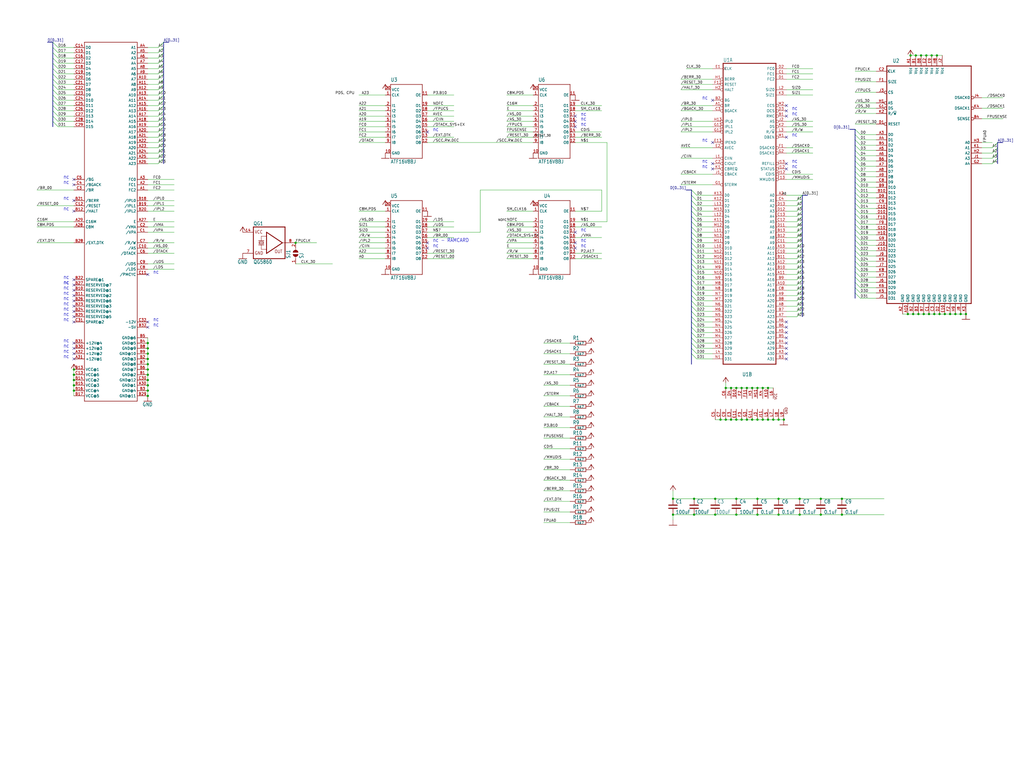
<source format=kicad_sch>
(kicad_sch (version 20231120) (generator "eeschema") (generator_version "8.0")
  (paper "User" 492.76 365.735)
  (lib_symbols
    (symbol "Device:C" (pin_numbers hide) (pin_names (offset 0.254))
      (property "Reference" "C" (at 0.635 2.54 0))
      (property "Value" "C" (at 0.635 -2.54 0))
      (symbol "C_1_1"
        (pin passive line (at 0 3.81 270) (length 2.794) (name "~") (number "1"))
        (pin passive line (at 0 -3.81 90) (length 2.794) (name "~") (number "2"))
      )
    )
    (symbol "MC68030RC_1"
      (property "Reference" "IC" (at -0.635 -0.635 0))
      (symbol "MC68030RC_1_1_0"
        (pin input inverted (at -17.78 50.8 0) (length 5.08) (name "BR") (number "A1"))
        (pin output line (at 17.78 -35.56 180) (length 5.08) (name "A17") (number "A10"))
        (pin output line (at 17.78 -30.48 180) (length 5.08) (name "A15") (number "A11"))
        (pin output line (at 17.78 -25.4 180) (length 5.08) (name "A13") (number "A12"))
        (pin output line (at 17.78 -17.78 180) (length 5.08) (name "A10") (number "A13"))
        (pin output line (at 17.78 7.62 180) (length 5.08) (name "A0") (number "A2"))
        (pin output line (at 17.78 -68.58 180) (length 5.08) (name "A30") (number "A3"))
        (pin output line (at 17.78 -63.5 180) (length 5.08) (name "A28") (number "A4"))
        (pin output line (at 17.78 -58.42 180) (length 5.08) (name "A26") (number "A5"))
        (pin output line (at 17.78 -53.34 180) (length 5.08) (name "A24") (number "A6"))
        (pin output line (at 17.78 -50.8 180) (length 5.08) (name "A23") (number "A7"))
        (pin output line (at 17.78 -45.72 180) (length 5.08) (name "A21") (number "A8"))
        (pin output line (at 17.78 -40.64 180) (length 5.08) (name "A19") (number "A9"))
        (pin output inverted (at 17.78 45.72 180) (length 5.08) (name "RMC") (number "B1"))
        (pin output line (at 17.78 -27.94 180) (length 5.08) (name "A14") (number "B10"))
        (pin output line (at 17.78 -22.86 180) (length 5.08) (name "A12") (number "B11"))
        (pin output line (at 17.78 -12.7 180) (length 5.08) (name "A8") (number "B12"))
        (pin output line (at 17.78 -10.16 180) (length 5.08) (name "A7") (number "B13"))
        (pin output inverted (at -17.78 53.34 0) (length 5.08) (name "BG") (number "B2"))
        (pin output line (at 17.78 -71.12 180) (length 5.08) (name "A31") (number "B3"))
        (pin output line (at 17.78 -66.04 180) (length 5.08) (name "A29") (number "B4"))
        (pin output line (at 17.78 -60.96 180) (length 5.08) (name "A27") (number "B5"))
        (pin output line (at 17.78 -55.88 180) (length 5.08) (name "A25") (number "B6"))
        (pin output line (at 17.78 -48.26 180) (length 5.08) (name "A22") (number "B7"))
        (pin output line (at 17.78 -43.18 180) (length 5.08) (name "A20") (number "B8"))
        (pin output line (at 17.78 -33.02 180) (length 5.08) (name "A16") (number "B9"))
        (pin output line (at 17.78 66.04 180) (length 5.08) (name "FC1") (number "C1"))
        (pin output line (at 17.78 -20.32 180) (length 5.08) (name "A11") (number "C10"))
        (pin output line (at 17.78 -15.24 180) (length 5.08) (name "A9") (number "C11"))
        (pin output line (at 17.78 -5.08 180) (length 5.08) (name "A5") (number "C12"))
        (pin output line (at 17.78 -2.54 180) (length 5.08) (name "A4") (number "C13"))
        (pin output inverted (at -17.78 22.86 0) (length 5.08) (name "CIOUT") (number "C2"))
        (pin input inverted (at -17.78 48.26 0) (length 5.08) (name "BGACK") (number "C3"))
        (pin output line (at 17.78 5.08 180) (length 5.08) (name "A1") (number "C4"))
        (pin output line (at 17.78 -38.1 180) (length 5.08) (name "A18") (number "C8"))
        (pin output line (at 17.78 63.5 180) (length 5.08) (name "FC2") (number "D1"))
        (pin output line (at 17.78 -7.62 180) (length 5.08) (name "A6") (number "D11"))
        (pin output line (at 17.78 0 180) (length 5.08) (name "A3") (number "D12"))
        (pin output line (at 17.78 2.54 180) (length 5.08) (name "A2") (number "D13"))
        (pin output line (at 17.78 68.58 180) (length 5.08) (name "FC0") (number "D2"))
        (pin output inverted (at 17.78 48.26 180) (length 5.08) (name "OCS") (number "D3"))
        (pin no_connect line (at 17.78 11.43 180) (length 5.08) hide (name "NC") (number "D5"))
        (pin input clock (at -17.78 68.58 0) (length 5.08) (name "CLK") (number "E1"))
        (pin no_connect line (at 17.78 11.43 180) (length 5.08) hide (name "NC") (number "E12"))
        (pin output inverted (at -17.78 33.02 0) (length 5.08) (name "IPEND") (number "E13"))
        (pin input inverted (at -17.78 30.48 0) (length 5.08) (name "AVEC") (number "E2"))
        (pin input inverted (at 17.78 30.48 180) (length 5.08) (name "DSACK0") (number "F1"))
        (pin no_connect line (at 17.78 11.43 180) (length 5.08) hide (name "NC") (number "F10"))
        (pin bidirectional inverted (at -17.78 60.96 0) (length 5.08) (name "RESET") (number "F12"))
        (pin input inverted (at 17.78 15.24 180) (length 5.08) (name "MMUDIS") (number "F13"))
        (pin no_connect line (at 17.78 11.43 180) (length 5.08) hide (name "NC") (number "F4"))
        (pin input inverted (at -17.78 12.7 0) (length 5.08) (name "STERM") (number "G1"))
        (pin input inverted (at -17.78 38.1 0) (length 5.08) (name "IPL2") (number "G12"))
        (pin input inverted (at -17.78 40.64 0) (length 5.08) (name "IPL1") (number "G13"))
        (pin input inverted (at 17.78 27.94 180) (length 5.08) (name "DSACK1") (number "G2"))
        (pin input inverted (at -17.78 63.5 0) (length 5.08) (name "BERR") (number "H1"))
        (pin input inverted (at 17.78 17.78 180) (length 5.08) (name "CDIS") (number "H12"))
        (pin input inverted (at -17.78 43.18 0) (length 5.08) (name "IPL0") (number "H13"))
        (pin input inverted (at -17.78 58.42 0) (length 5.08) (name "HALT") (number "H2"))
        (pin input inverted (at -17.78 17.78 0) (length 5.08) (name "CBACK") (number "J1"))
        (pin output inverted (at 17.78 20.32 180) (length 5.08) (name "STATUS") (number "J12"))
        (pin output inverted (at 17.78 22.86 180) (length 5.08) (name "REFILL") (number "J13"))
        (pin output inverted (at 17.78 43.18 180) (length 5.08) (name "AS") (number "J2"))
        (pin output inverted (at -17.78 20.32 0) (length 5.08) (name "CBREQ") (number "K1"))
        (pin bidirectional line (at -17.78 -5.08 0) (length 5.08) (name "D5") (number "K11"))
        (pin bidirectional line (at -17.78 5.08 0) (length 5.08) (name "D1") (number "K12"))
        (pin bidirectional line (at -17.78 7.62 0) (length 5.08) (name "D0") (number "K13"))
        (pin output inverted (at 17.78 40.64 180) (length 5.08) (name "DS") (number "K2"))
        (pin output line (at 17.78 55.88 180) (length 5.08) (name "SIZ1") (number "K3"))
        (pin no_connect line (at 17.78 11.43 180) (length 5.08) hide (name "NC") (number "K5"))
        (pin input inverted (at -17.78 25.4 0) (length 5.08) (name "CIIN") (number "L1"))
        (pin bidirectional line (at -17.78 -17.78 0) (length 5.08) (name "D10") (number "L10"))
        (pin bidirectional line (at -17.78 -10.16 0) (length 5.08) (name "D7") (number "L11"))
        (pin bidirectional line (at -17.78 -2.54 0) (length 5.08) (name "D4") (number "L12"))
        (pin bidirectional line (at -17.78 2.54 0) (length 5.08) (name "D2") (number "L13"))
        (pin output line (at 17.78 58.42 180) (length 5.08) (name "SIZ0") (number "L2"))
        (pin output line (at 17.78 38.1 180) (length 5.08) (name "R/~{W}") (number "L3"))
        (pin bidirectional line (at -17.78 -68.58 0) (length 5.08) (name "D30") (number "L4"))
        (pin output inverted (at 17.78 35.56 180) (length 5.08) (name "DBEN") (number "M1"))
        (pin bidirectional line (at -17.78 -22.86 0) (length 5.08) (name "D12") (number "M10"))
        (pin bidirectional line (at -17.78 -15.24 0) (length 5.08) (name "D9") (number "M11"))
        (pin bidirectional line (at -17.78 -7.62 0) (length 5.08) (name "D6") (number "M12"))
        (pin bidirectional line (at -17.78 0 0) (length 5.08) (name "D3") (number "M13"))
        (pin output inverted (at 17.78 50.8 180) (length 5.08) (name "ECS") (number "M2"))
        (pin bidirectional line (at -17.78 -66.04 0) (length 5.08) (name "D29") (number "M3"))
        (pin bidirectional line (at -17.78 -60.96 0) (length 5.08) (name "D27") (number "M4"))
        (pin bidirectional line (at -17.78 -53.34 0) (length 5.08) (name "D24") (number "M5"))
        (pin bidirectional line (at -17.78 -48.26 0) (length 5.08) (name "D22") (number "M6"))
        (pin bidirectional line (at -17.78 -43.18 0) (length 5.08) (name "D20") (number "M7"))
        (pin bidirectional line (at -17.78 -35.56 0) (length 5.08) (name "D17") (number "M8"))
        (pin bidirectional line (at -17.78 -27.94 0) (length 5.08) (name "D14") (number "M9"))
        (pin bidirectional line (at -17.78 -71.12 0) (length 5.08) (name "D31") (number "N1"))
        (pin bidirectional line (at -17.78 -30.48 0) (length 5.08) (name "D15") (number "N10"))
        (pin bidirectional line (at -17.78 -25.4 0) (length 5.08) (name "D13") (number "N11"))
        (pin bidirectional line (at -17.78 -20.32 0) (length 5.08) (name "D11") (number "N12"))
        (pin bidirectional line (at -17.78 -12.7 0) (length 5.08) (name "D8") (number "N13"))
        (pin bidirectional line (at -17.78 -63.5 0) (length 5.08) (name "D28") (number "N2"))
        (pin bidirectional line (at -17.78 -58.42 0) (length 5.08) (name "D26") (number "N3"))
        (pin bidirectional line (at -17.78 -55.88 0) (length 5.08) (name "D25") (number "N4"))
        (pin bidirectional line (at -17.78 -50.8 0) (length 5.08) (name "D23") (number "N5"))
        (pin bidirectional line (at -17.78 -45.72 0) (length 5.08) (name "D21") (number "N6"))
        (pin bidirectional line (at -17.78 -40.64 0) (length 5.08) (name "D19") (number "N7"))
        (pin bidirectional line (at -17.78 -38.1 0) (length 5.08) (name "D18") (number "N8"))
        (pin bidirectional line (at -17.78 -33.02 0) (length 5.08) (name "D16") (number "N9"))
      )
      (symbol "MC68030RC_1_2_0"
        (text "GND" (at 19.685 -5.08 900) (effects (font (size 1.27 1.0795)) (justify left bottom)))
        (text "VCC" (at 14.605 1.905 900) (effects (font (size 1.27 1.0795)) (justify left bottom)))
        (pin power_in line (at -15.24 -7.62 90) (length 5.08) (name "GND@1") (number "C5"))
        (pin power_in line (at -10.16 7.62 270) (length 5.08) (name "VCC@1") (number "C6"))
        (pin power_in line (at -12.7 -7.62 90) (length 5.08) (name "GND@2") (number "C7"))
        (pin power_in line (at -10.16 -7.62 90) (length 5.08) (name "GND@3") (number "C9"))
        (pin power_in line (at -5.08 7.62 270) (length 5.08) (name "VCC@3") (number "D10"))
        (pin power_in line (at -7.62 7.62 270) (length 5.08) (name "VCC@2") (number "D4"))
        (pin power_in line (at -5.08 -7.62 90) (length 5.08) (name "GND@5") (number "E11"))
        (pin power_in line (at -7.62 -7.62 90) (length 5.08) (name "GND@4") (number "E3"))
        (pin power_in line (at 0 7.62 270) (length 5.08) (name "VCC@5") (number "F11"))
        (pin power_in line (at -2.54 7.62 270) (length 5.08) (name "VCC@4") (number "F2"))
        (pin power_in line (at -2.54 -7.62 90) (length 5.08) (name "GND@6") (number "F3"))
        (pin power_in line (at 2.54 -7.62 90) (length 5.08) (name "GND@8") (number "G11"))
        (pin power_in line (at 0 -7.62 90) (length 5.08) (name "GND@7") (number "G3"))
        (pin power_in line (at 5.08 7.62 270) (length 5.08) (name "VCC@7") (number "H11"))
        (pin power_in line (at 2.54 7.62 270) (length 5.08) (name "VCC@6") (number "H3"))
        (pin power_in line (at 7.62 -7.62 90) (length 5.08) (name "GND@10") (number "J11"))
        (pin power_in line (at 5.08 -7.62 90) (length 5.08) (name "GND@9") (number "J3"))
        (pin power_in line (at 10.16 7.62 270) (length 5.08) (name "VCC@9") (number "K10"))
        (pin power_in line (at 7.62 7.62 270) (length 5.08) (name "VCC@8") (number "K4"))
        (pin power_in line (at 10.16 -7.62 90) (length 5.08) (name "GND@11") (number "L5"))
        (pin power_in line (at 12.7 7.62 270) (length 5.08) (name "VCC@10") (number "L6"))
        (pin power_in line (at 12.7 -7.62 90) (length 5.08) (name "GND@12") (number "L7"))
        (pin power_in line (at 15.24 -7.62 90) (length 5.08) (name "GND@13") (number "L8"))
        (pin power_in line (at 17.78 -7.62 90) (length 5.08) (name "GND@14") (number "L9"))
      )
    )
    (symbol "Performer-SE-PL-CL-eagle-import:ATF16V8BJ"
      (property "Reference" "IC" (at -7.62 19.05 0))
      (property "Value" "ATF16V8BJ" (at -7.62 -20.32 0))
      (symbol "ATF16V8BJ_1_0"
        (pin input line (at -10.16 12.7 0) (length 2.54) (name "CLK") (number "1"))
        (pin power_in line (at -10.16 -15.24 0) (length 2.54) (name "GND") (number "10"))
        (pin input line (at 10.16 12.7 180) (length 2.54) (name "OE") (number "11"))
        (pin output line (at 10.16 -10.16 180) (length 2.54) (name "O8") (number "12"))
        (pin output line (at 10.16 -7.62 180) (length 2.54) (name "O7") (number "13"))
        (pin output line (at 10.16 -5.08 180) (length 2.54) (name "O6") (number "14"))
        (pin output line (at 10.16 -2.54 180) (length 2.54) (name "O5") (number "15"))
        (pin output line (at 10.16 0 180) (length 2.54) (name "O4") (number "16"))
        (pin output line (at 10.16 2.54 180) (length 2.54) (name "O3") (number "17"))
        (pin output line (at 10.16 5.08 180) (length 2.54) (name "O2") (number "18"))
        (pin output line (at 10.16 7.62 180) (length 2.54) (name "O1") (number "19"))
        (pin input line (at -10.16 7.62 0) (length 2.54) (name "I1") (number "2"))
        (pin power_in line (at -10.16 15.24 0) (length 2.54) (name "VCC") (number "20"))
        (pin input line (at -10.16 5.08 0) (length 2.54) (name "I2") (number "3"))
        (pin input line (at -10.16 2.54 0) (length 2.54) (name "I3") (number "4"))
        (pin input line (at -10.16 0 0) (length 2.54) (name "I4") (number "5"))
        (pin input line (at -10.16 -2.54 0) (length 2.54) (name "I5") (number "6"))
        (pin input line (at -10.16 -5.08 0) (length 2.54) (name "I6") (number "7"))
        (pin input line (at -10.16 -7.62 0) (length 2.54) (name "I7") (number "8"))
        (pin input line (at -10.16 -10.16 0) (length 2.54) (name "I8") (number "9"))
      )
    )
    (symbol "Performer-SE-PL-CL-eagle-import:GND" (power)
      (property "Value" "GND" (at -2.54 -2.54 0))
      (symbol "GND_1_0"
        (pin power_in line (at 0 2.54 270) (length 2.54) (name "GND") (number "1"))
      )
    )
    (symbol "Performer-SE-PL-CL-eagle-import:MAC_SE_PDS"
      (symbol "MAC_SE_PDS_1_0"
        (pin bidirectional line (at 17.78 15.24 180) (length 5.08) (name "FC2") (number "A1"))
        (pin bidirectional line (at 17.78 68.58 180) (length 5.08) (name "A7") (number "A10"))
        (pin bidirectional line (at 17.78 66.04 180) (length 5.08) (name "A8") (number "A11"))
        (pin bidirectional line (at 17.78 63.5 180) (length 5.08) (name "A9") (number "A12"))
        (pin bidirectional line (at 17.78 60.96 180) (length 5.08) (name "A10") (number "A13"))
        (pin bidirectional line (at 17.78 58.42 180) (length 5.08) (name "A11") (number "A14"))
        (pin bidirectional line (at 17.78 55.88 180) (length 5.08) (name "A12") (number "A15"))
        (pin bidirectional line (at 17.78 53.34 180) (length 5.08) (name "A13") (number "A16"))
        (pin bidirectional line (at 17.78 50.8 180) (length 5.08) (name "A14") (number "A17"))
        (pin bidirectional line (at 17.78 48.26 180) (length 5.08) (name "A15") (number "A18"))
        (pin bidirectional line (at 17.78 45.72 180) (length 5.08) (name "A16") (number "A19"))
        (pin bidirectional line (at 17.78 17.78 180) (length 5.08) (name "FC1") (number "A2"))
        (pin bidirectional line (at 17.78 43.18 180) (length 5.08) (name "A17") (number "A20"))
        (pin bidirectional line (at 17.78 40.64 180) (length 5.08) (name "A18") (number "A21"))
        (pin bidirectional line (at 17.78 38.1 180) (length 5.08) (name "A19") (number "A22"))
        (pin bidirectional line (at 17.78 35.56 180) (length 5.08) (name "A20") (number "A23"))
        (pin bidirectional line (at 17.78 33.02 180) (length 5.08) (name "A21") (number "A24"))
        (pin bidirectional line (at 17.78 30.48 180) (length 5.08) (name "A22") (number "A25"))
        (pin bidirectional line (at 17.78 27.94 180) (length 5.08) (name "A23") (number "A26"))
        (pin bidirectional line (at 17.78 0 180) (length 5.08) (name "E") (number "A27"))
        (pin bidirectional line (at -17.78 -2.54 0) (length 5.08) (name "C8M") (number "A28"))
        (pin bidirectional line (at -17.78 0 0) (length 5.08) (name "C16M") (number "A29"))
        (pin bidirectional line (at 17.78 20.32 180) (length 5.08) (name "FC0") (number "A3"))
        (pin bidirectional line (at 17.78 -78.74 180) (length 5.08) (name "GND@1") (number "A30"))
        (pin bidirectional line (at -17.78 -66.04 0) (length 5.08) (name "+12V@1") (number "A31"))
        (pin bidirectional line (at -17.78 -63.5 0) (length 5.08) (name "+12V@2") (number "A32"))
        (pin bidirectional line (at 17.78 83.82 180) (length 5.08) (name "A1") (number "A4"))
        (pin bidirectional line (at 17.78 81.28 180) (length 5.08) (name "A2") (number "A5"))
        (pin bidirectional line (at 17.78 78.74 180) (length 5.08) (name "A3") (number "A6"))
        (pin bidirectional line (at 17.78 76.2 180) (length 5.08) (name "A4") (number "A7"))
        (pin bidirectional line (at 17.78 73.66 180) (length 5.08) (name "A5") (number "A8"))
        (pin bidirectional line (at 17.78 71.12 180) (length 5.08) (name "A6") (number "A9"))
        (pin bidirectional line (at 17.78 -73.66 180) (length 5.08) (name "GND@2") (number "B1"))
        (pin bidirectional line (at -17.78 -33.02 0) (length 5.08) (name "RESERVED@1") (number "B10"))
        (pin bidirectional line (at -17.78 -35.56 0) (length 5.08) (name "RESERVED@2") (number "B11"))
        (pin bidirectional line (at -17.78 5.08 0) (length 5.08) (name "/HALT") (number "B12"))
        (pin bidirectional line (at -17.78 -71.12 0) (length 5.08) (name "VCC@1") (number "B13"))
        (pin bidirectional line (at -17.78 -76.2 0) (length 5.08) (name "VCC@2") (number "B14"))
        (pin bidirectional line (at -17.78 -78.74 0) (length 5.08) (name "VCC@3") (number "B15"))
        (pin bidirectional line (at -17.78 -81.28 0) (length 5.08) (name "VCC@4") (number "B16"))
        (pin bidirectional line (at -17.78 -83.82 0) (length 5.08) (name "VCC@5") (number "B17"))
        (pin bidirectional line (at 17.78 10.16 180) (length 5.08) (name "/IPL0") (number "B18"))
        (pin bidirectional line (at 17.78 7.62 180) (length 5.08) (name "/IPL1") (number "B19"))
        (pin bidirectional line (at 17.78 -66.04 180) (length 5.08) (name "GND@3") (number "B2"))
        (pin bidirectional line (at 17.78 5.08 180) (length 5.08) (name "/IPL2") (number "B20"))
        (pin bidirectional line (at -17.78 10.16 0) (length 5.08) (name "/BERR") (number "B21"))
        (pin bidirectional line (at -17.78 -27.94 0) (length 5.08) (name "SPARE@1") (number "B22"))
        (pin bidirectional line (at -17.78 -40.64 0) (length 5.08) (name "RESERVED@3") (number "B23"))
        (pin bidirectional line (at -17.78 -43.18 0) (length 5.08) (name "RESERVED@4") (number "B24"))
        (pin bidirectional line (at -17.78 -45.72 0) (length 5.08) (name "RESERVED@5") (number "B25"))
        (pin bidirectional line (at -17.78 -38.1 0) (length 5.08) (name "RESERVED@6") (number "B26"))
        (pin bidirectional line (at -17.78 -30.48 0) (length 5.08) (name "RESERVED@7") (number "B27"))
        (pin bidirectional line (at -17.78 -10.16 0) (length 5.08) (name "/EXT.DTK") (number "B28"))
        (pin bidirectional line (at 17.78 -83.82 180) (length 5.08) (name "GND@11") (number "B29"))
        (pin bidirectional line (at 17.78 -81.28 180) (length 5.08) (name "GND@4") (number "B3"))
        (pin bidirectional line (at -17.78 -60.96 0) (length 5.08) (name "+12V@3") (number "B30"))
        (pin bidirectional line (at -17.78 -58.42 0) (length 5.08) (name "+12V@4") (number "B31"))
        (pin bidirectional line (at 17.78 -50.8 180) (length 5.08) (name "-5V") (number "B32"))
        (pin bidirectional line (at 17.78 -58.42 180) (length 5.08) (name "GND@5") (number "B4"))
        (pin bidirectional line (at 17.78 -55.88 180) (length 5.08) (name "GND@6") (number "B5"))
        (pin bidirectional line (at 17.78 -71.12 180) (length 5.08) (name "GND@7") (number "B6"))
        (pin bidirectional line (at 17.78 -68.58 180) (length 5.08) (name "GND@8") (number "B7"))
        (pin bidirectional line (at 17.78 -60.96 180) (length 5.08) (name "GND@9") (number "B8"))
        (pin bidirectional line (at 17.78 -63.5 180) (length 5.08) (name "GND@10") (number "B9"))
        (pin bidirectional line (at 17.78 -5.08 180) (length 5.08) (name "/VPA") (number "C1"))
        (pin bidirectional line (at 17.78 -12.7 180) (length 5.08) (name "/AS") (number "C10"))
        (pin bidirectional line (at 17.78 -25.4 180) (length 5.08) (name "/PMCYC") (number "C11"))
        (pin bidirectional line (at -17.78 7.62 0) (length 5.08) (name "/RESET") (number "C12"))
        (pin bidirectional line (at -17.78 -73.66 0) (length 5.08) (name "VCC@6") (number "C13"))
        (pin bidirectional line (at -17.78 83.82 0) (length 5.08) (name "D0") (number "C14"))
        (pin bidirectional line (at -17.78 81.28 0) (length 5.08) (name "D1") (number "C15"))
        (pin bidirectional line (at -17.78 78.74 0) (length 5.08) (name "D2") (number "C16"))
        (pin bidirectional line (at -17.78 76.2 0) (length 5.08) (name "D3") (number "C17"))
        (pin bidirectional line (at -17.78 73.66 0) (length 5.08) (name "D4") (number "C18"))
        (pin bidirectional line (at -17.78 71.12 0) (length 5.08) (name "D5") (number "C19"))
        (pin bidirectional line (at 17.78 -2.54 180) (length 5.08) (name "/VMA") (number "C2"))
        (pin bidirectional line (at -17.78 68.58 0) (length 5.08) (name "D6") (number "C20"))
        (pin bidirectional line (at -17.78 66.04 0) (length 5.08) (name "D7") (number "C21"))
        (pin bidirectional line (at -17.78 63.5 0) (length 5.08) (name "D8") (number "C22"))
        (pin bidirectional line (at -17.78 60.96 0) (length 5.08) (name "D9") (number "C23"))
        (pin bidirectional line (at -17.78 58.42 0) (length 5.08) (name "D10") (number "C24"))
        (pin bidirectional line (at -17.78 55.88 0) (length 5.08) (name "D11") (number "C25"))
        (pin bidirectional line (at -17.78 53.34 0) (length 5.08) (name "D12") (number "C26"))
        (pin bidirectional line (at -17.78 50.8 0) (length 5.08) (name "D13") (number "C27"))
        (pin bidirectional line (at -17.78 48.26 0) (length 5.08) (name "D14") (number "C28"))
        (pin bidirectional line (at -17.78 45.72 0) (length 5.08) (name "D15") (number "C29"))
        (pin bidirectional line (at -17.78 15.24 0) (length 5.08) (name "/BR") (number "C3"))
        (pin bidirectional line (at 17.78 -76.2 180) (length 5.08) (name "GND@12") (number "C30"))
        (pin bidirectional line (at -17.78 -48.26 0) (length 5.08) (name "SPARE@2") (number "C31"))
        (pin bidirectional line (at 17.78 -48.26 180) (length 5.08) (name "-12V") (number "C32"))
        (pin bidirectional line (at -17.78 17.78 0) (length 5.08) (name "/BGACK") (number "C4"))
        (pin bidirectional line (at -17.78 20.32 0) (length 5.08) (name "/BG") (number "C5"))
        (pin bidirectional line (at 17.78 -15.24 180) (length 5.08) (name "/DTACK") (number "C6"))
        (pin bidirectional line (at 17.78 -10.16 180) (length 5.08) (name "/R/W") (number "C7"))
        (pin bidirectional line (at 17.78 -22.86 180) (length 5.08) (name "/LDS") (number "C8"))
        (pin bidirectional line (at 17.78 -20.32 180) (length 5.08) (name "/UDS") (number "C9"))
      )
    )
    (symbol "Performer-SE-PL-CL-eagle-import:MC68030RC"
      (property "Reference" "IC" (at -0.635 -0.635 0))
      (symbol "MC68030RC_1_0"
        (pin input inverted (at -17.78 50.8 0) (length 5.08) (name "BR") (number "A1"))
        (pin output line (at 17.78 -35.56 180) (length 5.08) (name "A17") (number "A10"))
        (pin output line (at 17.78 -30.48 180) (length 5.08) (name "A15") (number "A11"))
        (pin output line (at 17.78 -25.4 180) (length 5.08) (name "A13") (number "A12"))
        (pin output line (at 17.78 -17.78 180) (length 5.08) (name "A10") (number "A13"))
        (pin output line (at 17.78 7.62 180) (length 5.08) (name "A0") (number "A2"))
        (pin output line (at 17.78 -68.58 180) (length 5.08) (name "A30") (number "A3"))
        (pin output line (at 17.78 -63.5 180) (length 5.08) (name "A28") (number "A4"))
        (pin output line (at 17.78 -58.42 180) (length 5.08) (name "A26") (number "A5"))
        (pin output line (at 17.78 -53.34 180) (length 5.08) (name "A24") (number "A6"))
        (pin output line (at 17.78 -50.8 180) (length 5.08) (name "A23") (number "A7"))
        (pin output line (at 17.78 -45.72 180) (length 5.08) (name "A21") (number "A8"))
        (pin output line (at 17.78 -40.64 180) (length 5.08) (name "A19") (number "A9"))
        (pin output inverted (at 17.78 45.72 180) (length 5.08) (name "RMC") (number "B1"))
        (pin output line (at 17.78 -27.94 180) (length 5.08) (name "A14") (number "B10"))
        (pin output line (at 17.78 -22.86 180) (length 5.08) (name "A12") (number "B11"))
        (pin output line (at 17.78 -12.7 180) (length 5.08) (name "A8") (number "B12"))
        (pin output line (at 17.78 -10.16 180) (length 5.08) (name "A7") (number "B13"))
        (pin output inverted (at -17.78 53.34 0) (length 5.08) (name "BG") (number "B2"))
        (pin output line (at 17.78 -71.12 180) (length 5.08) (name "A31") (number "B3"))
        (pin output line (at 17.78 -66.04 180) (length 5.08) (name "A29") (number "B4"))
        (pin output line (at 17.78 -60.96 180) (length 5.08) (name "A27") (number "B5"))
        (pin output line (at 17.78 -55.88 180) (length 5.08) (name "A25") (number "B6"))
        (pin output line (at 17.78 -48.26 180) (length 5.08) (name "A22") (number "B7"))
        (pin output line (at 17.78 -43.18 180) (length 5.08) (name "A20") (number "B8"))
        (pin output line (at 17.78 -33.02 180) (length 5.08) (name "A16") (number "B9"))
        (pin output line (at 17.78 66.04 180) (length 5.08) (name "FC1") (number "C1"))
        (pin output line (at 17.78 -20.32 180) (length 5.08) (name "A11") (number "C10"))
        (pin output line (at 17.78 -15.24 180) (length 5.08) (name "A9") (number "C11"))
        (pin output line (at 17.78 -5.08 180) (length 5.08) (name "A5") (number "C12"))
        (pin output line (at 17.78 -2.54 180) (length 5.08) (name "A4") (number "C13"))
        (pin output inverted (at -17.78 22.86 0) (length 5.08) (name "CIOUT") (number "C2"))
        (pin input inverted (at -17.78 48.26 0) (length 5.08) (name "BGACK") (number "C3"))
        (pin output line (at 17.78 5.08 180) (length 5.08) (name "A1") (number "C4"))
        (pin output line (at 17.78 -38.1 180) (length 5.08) (name "A18") (number "C8"))
        (pin output line (at 17.78 63.5 180) (length 5.08) (name "FC2") (number "D1"))
        (pin output line (at 17.78 -7.62 180) (length 5.08) (name "A6") (number "D11"))
        (pin output line (at 17.78 0 180) (length 5.08) (name "A3") (number "D12"))
        (pin output line (at 17.78 2.54 180) (length 5.08) (name "A2") (number "D13"))
        (pin output line (at 17.78 68.58 180) (length 5.08) (name "FC0") (number "D2"))
        (pin output inverted (at 17.78 48.26 180) (length 5.08) (name "OCS") (number "D3"))
        (pin input clock (at -17.78 68.58 0) (length 5.08) (name "CLK") (number "E1"))
        (pin output inverted (at -17.78 33.02 0) (length 5.08) (name "IPEND") (number "E13"))
        (pin input inverted (at -17.78 30.48 0) (length 5.08) (name "AVEC") (number "E2"))
        (pin input inverted (at 17.78 30.48 180) (length 5.08) (name "DSACK0") (number "F1"))
        (pin bidirectional inverted (at -17.78 60.96 0) (length 5.08) (name "RESET") (number "F12"))
        (pin input inverted (at 17.78 15.24 180) (length 5.08) (name "MMUDIS") (number "F13"))
        (pin input inverted (at -17.78 12.7 0) (length 5.08) (name "STERM") (number "G1"))
        (pin input inverted (at -17.78 38.1 0) (length 5.08) (name "IPL2") (number "G12"))
        (pin input inverted (at -17.78 40.64 0) (length 5.08) (name "IPL1") (number "G13"))
        (pin input inverted (at 17.78 27.94 180) (length 5.08) (name "DSACK1") (number "G2"))
        (pin input inverted (at -17.78 63.5 0) (length 5.08) (name "BERR") (number "H1"))
        (pin input inverted (at 17.78 17.78 180) (length 5.08) (name "CDIS") (number "H12"))
        (pin input inverted (at -17.78 43.18 0) (length 5.08) (name "IPL0") (number "H13"))
        (pin input inverted (at -17.78 58.42 0) (length 5.08) (name "HALT") (number "H2"))
        (pin input inverted (at -17.78 17.78 0) (length 5.08) (name "CBACK") (number "J1"))
        (pin output inverted (at 17.78 20.32 180) (length 5.08) (name "STATUS") (number "J12"))
        (pin output inverted (at 17.78 22.86 180) (length 5.08) (name "REFILL") (number "J13"))
        (pin output inverted (at 17.78 43.18 180) (length 5.08) (name "AS") (number "J2"))
        (pin output inverted (at -17.78 20.32 0) (length 5.08) (name "CBREQ") (number "K1"))
        (pin bidirectional line (at -17.78 -5.08 0) (length 5.08) (name "D5") (number "K11"))
        (pin bidirectional line (at -17.78 5.08 0) (length 5.08) (name "D1") (number "K12"))
        (pin bidirectional line (at -17.78 7.62 0) (length 5.08) (name "D0") (number "K13"))
        (pin output inverted (at 17.78 40.64 180) (length 5.08) (name "DS") (number "K2"))
        (pin output line (at 17.78 55.88 180) (length 5.08) (name "SIZ1") (number "K3"))
        (pin input inverted (at -17.78 25.4 0) (length 5.08) (name "CIIN") (number "L1"))
        (pin bidirectional line (at -17.78 -17.78 0) (length 5.08) (name "D10") (number "L10"))
        (pin bidirectional line (at -17.78 -10.16 0) (length 5.08) (name "D7") (number "L11"))
        (pin bidirectional line (at -17.78 -2.54 0) (length 5.08) (name "D4") (number "L12"))
        (pin bidirectional line (at -17.78 2.54 0) (length 5.08) (name "D2") (number "L13"))
        (pin output line (at 17.78 58.42 180) (length 5.08) (name "SIZ0") (number "L2"))
        (pin output line (at 17.78 38.1 180) (length 5.08) (name "R/~{W}") (number "L3"))
        (pin bidirectional line (at -17.78 -68.58 0) (length 5.08) (name "D30") (number "L4"))
        (pin output inverted (at 17.78 35.56 180) (length 5.08) (name "DBEN") (number "M1"))
        (pin bidirectional line (at -17.78 -22.86 0) (length 5.08) (name "D12") (number "M10"))
        (pin bidirectional line (at -17.78 -15.24 0) (length 5.08) (name "D9") (number "M11"))
        (pin bidirectional line (at -17.78 -7.62 0) (length 5.08) (name "D6") (number "M12"))
        (pin bidirectional line (at -17.78 0 0) (length 5.08) (name "D3") (number "M13"))
        (pin output inverted (at 17.78 50.8 180) (length 5.08) (name "ECS") (number "M2"))
        (pin bidirectional line (at -17.78 -66.04 0) (length 5.08) (name "D29") (number "M3"))
        (pin bidirectional line (at -17.78 -60.96 0) (length 5.08) (name "D27") (number "M4"))
        (pin bidirectional line (at -17.78 -53.34 0) (length 5.08) (name "D24") (number "M5"))
        (pin bidirectional line (at -17.78 -48.26 0) (length 5.08) (name "D22") (number "M6"))
        (pin bidirectional line (at -17.78 -43.18 0) (length 5.08) (name "D20") (number "M7"))
        (pin bidirectional line (at -17.78 -35.56 0) (length 5.08) (name "D17") (number "M8"))
        (pin bidirectional line (at -17.78 -27.94 0) (length 5.08) (name "D14") (number "M9"))
        (pin bidirectional line (at -17.78 -71.12 0) (length 5.08) (name "D31") (number "N1"))
        (pin bidirectional line (at -17.78 -30.48 0) (length 5.08) (name "D15") (number "N10"))
        (pin bidirectional line (at -17.78 -25.4 0) (length 5.08) (name "D13") (number "N11"))
        (pin bidirectional line (at -17.78 -20.32 0) (length 5.08) (name "D11") (number "N12"))
        (pin bidirectional line (at -17.78 -12.7 0) (length 5.08) (name "D8") (number "N13"))
        (pin bidirectional line (at -17.78 -63.5 0) (length 5.08) (name "D28") (number "N2"))
        (pin bidirectional line (at -17.78 -58.42 0) (length 5.08) (name "D26") (number "N3"))
        (pin bidirectional line (at -17.78 -55.88 0) (length 5.08) (name "D25") (number "N4"))
        (pin bidirectional line (at -17.78 -50.8 0) (length 5.08) (name "D23") (number "N5"))
        (pin bidirectional line (at -17.78 -45.72 0) (length 5.08) (name "D21") (number "N6"))
        (pin bidirectional line (at -17.78 -40.64 0) (length 5.08) (name "D19") (number "N7"))
        (pin bidirectional line (at -17.78 -38.1 0) (length 5.08) (name "D18") (number "N8"))
        (pin bidirectional line (at -17.78 -33.02 0) (length 5.08) (name "D16") (number "N9"))
      )
      (symbol "MC68030RC_2_0"
        (text "GND" (at 19.685 -5.08 900) (effects (font (size 1.27 1.0795)) (justify left bottom)))
        (text "VCC" (at 14.605 1.905 900) (effects (font (size 1.27 1.0795)) (justify left bottom)))
        (pin power_in line (at -15.24 -7.62 90) (length 5.08) (name "GND@1") (number "C5"))
        (pin power_in line (at -10.16 7.62 270) (length 5.08) (name "VCC@1") (number "C6"))
        (pin power_in line (at -12.7 -7.62 90) (length 5.08) (name "GND@2") (number "C7"))
        (pin power_in line (at -10.16 -7.62 90) (length 5.08) (name "GND@3") (number "C9"))
        (pin power_in line (at -5.08 7.62 270) (length 5.08) (name "VCC@3") (number "D10"))
        (pin power_in line (at -7.62 7.62 270) (length 5.08) (name "VCC@2") (number "D4"))
        (pin power_in line (at -5.08 -7.62 90) (length 5.08) (name "GND@5") (number "E11"))
        (pin power_in line (at -7.62 -7.62 90) (length 5.08) (name "GND@4") (number "E3"))
        (pin power_in line (at 0 7.62 270) (length 5.08) (name "VCC@5") (number "F11"))
        (pin power_in line (at -2.54 7.62 270) (length 5.08) (name "VCC@4") (number "F2"))
        (pin power_in line (at -2.54 -7.62 90) (length 5.08) (name "GND@6") (number "F3"))
        (pin power_in line (at 2.54 -7.62 90) (length 5.08) (name "GND@8") (number "G11"))
        (pin power_in line (at 0 -7.62 90) (length 5.08) (name "GND@7") (number "G3"))
        (pin power_in line (at 5.08 7.62 270) (length 5.08) (name "VCC@7") (number "H11"))
        (pin power_in line (at 2.54 7.62 270) (length 5.08) (name "VCC@6") (number "H3"))
        (pin power_in line (at 7.62 -7.62 90) (length 5.08) (name "GND@10") (number "J11"))
        (pin power_in line (at 5.08 -7.62 90) (length 5.08) (name "GND@9") (number "J3"))
        (pin power_in line (at 10.16 7.62 270) (length 5.08) (name "VCC@9") (number "K10"))
        (pin power_in line (at 7.62 7.62 270) (length 5.08) (name "VCC@8") (number "K4"))
        (pin power_in line (at 10.16 -7.62 90) (length 5.08) (name "GND@11") (number "L5"))
        (pin power_in line (at 12.7 7.62 270) (length 5.08) (name "VCC@10") (number "L6"))
        (pin power_in line (at 12.7 -7.62 90) (length 5.08) (name "GND@12") (number "L7"))
        (pin power_in line (at 15.24 -7.62 90) (length 5.08) (name "GND@13") (number "L8"))
        (pin power_in line (at 17.78 -7.62 90) (length 5.08) (name "GND@14") (number "L9"))
      )
    )
    (symbol "Performer-SE-PL-CL-eagle-import:MC68881RC"
      (property "Reference" "U" (at -19.558 56.388 0))
      (symbol "MC68881RC_1_0"
        (pin power_in line (at -8.89 60.96 270) (length 5.08) (name "Vcc") (number "A1"))
        (pin power_in line (at -10.16 -63.5 90) (length 5.08) (name "GND") (number "A10"))
        (pin power_in line (at -12.7 -63.5 90) (length 5.08) (name "GND") (number "A2"))
        (pin bidirectional line (at -25.4 22.86 0) (length 5.08) (name "D0") (number "A3"))
        (pin bidirectional line (at -25.4 20.32 0) (length 5.08) (name "D1") (number "A4"))
        (pin bidirectional line (at -25.4 15.24 0) (length 5.08) (name "D3") (number "A5"))
        (pin bidirectional line (at -25.4 12.7 0) (length 5.08) (name "D4") (number "A6"))
        (pin bidirectional line (at -25.4 7.62 0) (length 5.08) (name "D6") (number "A7"))
        (pin bidirectional line (at -25.4 5.08 0) (length 5.08) (name "D7") (number "A8"))
        (pin bidirectional line (at -25.4 2.54 0) (length 5.08) (name "D8") (number "A9"))
        (pin power_in line (at -6.35 60.96 270) (length 5.08) (name "Vcc") (number "B1"))
        (pin bidirectional line (at -25.4 -5.08 0) (length 5.08) (name "D11") (number "B10"))
        (pin power_in line (at -7.62 -63.5 90) (length 5.08) (name "GND") (number "B2"))
        (pin power_in line (at -5.08 -63.5 90) (length 5.08) (name "GND") (number "B3"))
        (pin bidirectional inverted (at 25.4 30.48 180) (length 5.08) (name "SENSE") (number "B4"))
        (pin bidirectional line (at -25.4 17.78 0) (length 5.08) (name "D2") (number "B5"))
        (pin bidirectional line (at -25.4 10.16 0) (length 5.08) (name "D5") (number "B6"))
        (pin power_in line (at -2.54 -63.5 90) (length 5.08) (name "GND") (number "B7"))
        (pin power_in line (at -3.81 60.96 270) (length 5.08) (name "Vcc") (number "B8"))
        (pin bidirectional line (at -25.4 -2.54 0) (length 5.08) (name "D10") (number "B9"))
        (pin power_in line (at 0 -63.5 90) (length 5.08) (name "GND") (number "C1"))
        (pin bidirectional line (at -25.4 -12.7 0) (length 5.08) (name "D14") (number "C10"))
        (pin input clock (at -25.4 53.34 0) (length 5.08) (name "CLK") (number "C2"))
        (pin power_in line (at 2.54 -63.5 90) (length 5.08) (name "GND") (number "C3"))
        (pin bidirectional line (at -25.4 0 0) (length 5.08) (name "D9") (number "C8"))
        (pin bidirectional line (at -25.4 -10.16 0) (length 5.08) (name "D13") (number "C9"))
        (pin input inverted (at -25.4 27.94 0) (length 5.08) (name "RESET") (number "D1"))
        (pin bidirectional line (at -25.4 -15.24 0) (length 5.08) (name "D15") (number "D10"))
        (pin power_in line (at 5.08 -63.5 90) (length 5.08) (name "GND") (number "D2"))
        (pin bidirectional line (at -25.4 -7.62 0) (length 5.08) (name "D12") (number "D9"))
        (pin no_connect line (at 25.4 -6.35 180) (length 5.08) hide (name "NC") (number "E1"))
        (pin power_in line (at 7.62 -63.5 90) (length 5.08) (name "GND") (number "E10"))
        (pin power_in line (at -1.27 60.96 270) (length 5.08) (name "Vcc") (number "E2"))
        (pin power_in line (at 1.27 60.96 270) (length 5.08) (name "Vcc") (number "E9"))
        (pin input line (at -25.4 48.26 0) (length 5.08) (name "SIZE") (number "F1"))
        (pin bidirectional line (at -25.4 -17.78 0) (length 5.08) (name "D16") (number "F10"))
        (pin power_in line (at 10.16 -63.5 90) (length 5.08) (name "GND") (number "F2"))
        (pin bidirectional line (at -25.4 -20.32 0) (length 5.08) (name "D17") (number "F9"))
        (pin input inverted (at -25.4 35.56 0) (length 5.08) (name "DS") (number "G1"))
        (pin bidirectional line (at -25.4 -22.86 0) (length 5.08) (name "D18") (number "G10"))
        (pin input line (at 25.4 8.89 180) (length 5.08) (name "A4") (number "G2"))
        (pin bidirectional line (at -25.4 -27.94 0) (length 5.08) (name "D20") (number "G9"))
        (pin input inverted (at -25.4 38.1 0) (length 5.08) (name "AS") (number "H1"))
        (pin bidirectional line (at -25.4 -25.4 0) (length 5.08) (name "D19") (number "H10"))
        (pin input line (at 25.4 13.97 180) (length 5.08) (name "A2") (number "H2"))
        (pin input line (at 25.4 19.05 180) (length 5.08) (name "A0") (number "H3"))
        (pin power_in line (at 3.81 60.96 270) (length 5.08) (name "Vcc") (number "H8"))
        (pin power_in line (at 12.7 -63.5 90) (length 5.08) (name "GND") (number "H9"))
        (pin input line (at 25.4 11.43 180) (length 5.08) (name "A3") (number "J1"))
        (pin bidirectional line (at -25.4 -30.48 0) (length 5.08) (name "D21") (number "J10"))
        (pin power_in line (at 6.35 60.96 270) (length 5.08) (name "Vcc") (number "J2"))
        (pin input inverted (at -25.4 43.18 0) (length 5.08) (name "CS") (number "J3"))
        (pin output inverted (at 25.4 40.64 180) (length 5.08) (name "DSACK0") (number "J4"))
        (pin bidirectional line (at -25.4 -55.88 0) (length 5.08) (name "D31") (number "J5"))
        (pin bidirectional line (at -25.4 -48.26 0) (length 5.08) (name "D28") (number "J6"))
        (pin bidirectional line (at -25.4 -40.64 0) (length 5.08) (name "D25") (number "J7"))
        (pin power_in line (at 15.24 -63.5 90) (length 5.08) (name "GND") (number "J8"))
        (pin bidirectional line (at -25.4 -35.56 0) (length 5.08) (name "D23") (number "J9"))
        (pin input line (at 25.4 16.51 180) (length 5.08) (name "A1") (number "K1"))
        (pin bidirectional line (at -25.4 -33.02 0) (length 5.08) (name "D22") (number "K10"))
        (pin input line (at -25.4 33.02 0) (length 5.08) (name "R/~{W}") (number "K2"))
        (pin power_in line (at 17.78 -63.5 90) (length 5.08) (name "GND") (number "K3"))
        (pin output inverted (at 25.4 35.56 180) (length 5.08) (name "DSACK1") (number "K4"))
        (pin bidirectional line (at -25.4 -53.34 0) (length 5.08) (name "D30") (number "K5"))
        (pin bidirectional line (at -25.4 -50.8 0) (length 5.08) (name "D29") (number "K6"))
        (pin bidirectional line (at -25.4 -45.72 0) (length 5.08) (name "D27") (number "K7"))
        (pin bidirectional line (at -25.4 -43.18 0) (length 5.08) (name "D26") (number "K8"))
        (pin bidirectional line (at -25.4 -38.1 0) (length 5.08) (name "D24") (number "K9"))
      )
    )
    (symbol "Performer-SE-PL-CL-eagle-import:QG5860"
      (property "Reference" "QG" (at -7.62 8.255 0))
      (property "Value" "QG5860" (at -7.62 -10.16 0))
      (symbol "QG5860_1_0"
        (text "GND" (at -6.985 -5.842 0) (effects (font (size 1.524 1.2954)) (justify left bottom)))
        (text "OUT" (at 2.54 -5.08 0) (effects (font (size 1.524 1.2954)) (justify left bottom)))
        (text "VCC" (at -6.985 4.318 0) (effects (font (size 1.524 1.2954)) (justify left bottom)))
        (pin no_connect line (at -12.7 1.27 0) (length 5.08) hide (name "NC") (number "1"))
        (pin power_in line (at -12.7 5.08 0) (length 5.08) (name "VCC") (number "14"))
        (pin power_in line (at -12.7 -5.08 0) (length 5.08) (name "GND") (number "7"))
        (pin output line (at 12.7 0 180) (length 5.08) (name "OUT") (number "8"))
      )
    )
    (symbol "Performer-SE-PL-CL-eagle-import:R-EU_R1206"
      (property "Reference" "R" (at -3.81 1.4986 0))
      (property "Value" "R-EU_R1206" (at -3.81 -3.302 0))
      (symbol "R-EU_R1206_1_0"
        (pin passive line (at -5.08 0 0) (length 2.54) (name "1") (number "1"))
        (pin passive line (at 5.08 0 180) (length 2.54) (name "2") (number "2"))
      )
    )
    (symbol "Performer-SE-PL-CL-eagle-import:SJ"
      (property "Reference" "SJ" (at -2.54 2.54 0))
      (property "Value" "SJ" (at -2.54 -3.81 0))
      (symbol "SJ_1_0"
        (pin passive line (at -5.08 0 0) (length 2.54) (name "1") (number "1"))
        (pin passive line (at 5.08 0 180) (length 2.54) (name "2") (number "2"))
      )
    )
    (symbol "Performer-SE-PL-CL-eagle-import:VCC" (power)
      (property "Value" "VCC" (at -2.54 -2.54 90))
      (symbol "VCC_1_0"
        (pin power_in line (at 0 -2.54 90) (length 2.54) (name "VCC") (number "1"))
      )
    )
  )
  (junction (at 369.57 186.69))
  (junction (at 359.41 201.93))
  (junction (at 349.25 201.93))
  (junction (at 35.56 182.88))
  (junction (at 367.03 201.93))
  (junction (at 344.17 247.65))
  (junction (at 35.56 180.34))
  (junction (at 35.56 177.8))
  (junction (at 364.49 201.93))
  (junction (at 450.85 26.67))
  (junction (at 361.95 201.93))
  (junction (at 369.57 201.93))
  (junction (at 454.66 151.13))
  (junction (at 356.87 201.93))
  (junction (at 464.82 151.13))
  (junction (at 361.95 186.69))
  (junction (at 377.19 201.93))
  (junction (at 71.12 172.72))
  (junction (at 374.65 247.65))
  (junction (at 71.12 175.26))
  (junction (at 71.12 190.5))
  (junction (at 445.77 26.67))
  (junction (at 384.81 247.65))
  (junction (at 71.12 187.96))
  (junction (at 438.15 26.67))
  (junction (at 359.41 186.69))
  (junction (at 351.79 201.93))
  (junction (at 436.88 151.13))
  (junction (at 354.33 201.93))
  (junction (at 443.23 26.67))
  (junction (at 354.33 240.03))
  (junction (at 349.25 186.69))
  (junction (at 405.13 247.65))
  (junction (at 71.12 177.8))
  (junction (at 351.79 186.69))
  (junction (at 449.58 151.13))
  (junction (at 344.17 240.03))
  (junction (at 394.97 247.65))
  (junction (at 448.31 26.67))
  (junction (at 323.85 240.03))
  (junction (at 374.65 201.93))
  (junction (at 35.56 187.96))
  (junction (at 394.97 240.03))
  (junction (at 142.24 116.84))
  (junction (at 447.04 151.13))
  (junction (at 346.71 201.93))
  (junction (at 440.69 26.67))
  (junction (at 441.96 151.13))
  (junction (at 71.12 180.34))
  (junction (at 354.33 247.65))
  (junction (at 364.49 186.69))
  (junction (at 457.2 151.13))
  (junction (at 71.12 165.1))
  (junction (at 374.65 240.03))
  (junction (at 372.11 201.93))
  (junction (at 462.28 151.13))
  (junction (at 384.81 240.03))
  (junction (at 334.01 247.65))
  (junction (at 459.74 151.13))
  (junction (at 71.12 182.88))
  (junction (at 356.87 186.69))
  (junction (at 71.12 167.64))
  (junction (at 71.12 170.18))
  (junction (at 452.12 151.13))
  (junction (at 334.01 240.03))
  (junction (at 367.03 186.69))
  (junction (at 35.56 185.42))
  (junction (at 71.12 185.42))
  (junction (at 364.49 247.65))
  (junction (at 405.13 240.03))
  (junction (at 444.5 151.13))
  (junction (at 439.42 151.13))
  (junction (at 364.49 240.03))
  (junction (at 354.33 186.69))
  (junction (at 323.85 247.65))
  (no_connect (at 35.56 139.7))
  (no_connect (at 276.86 58.42))
  (no_connect (at 378.46 167.64))
  (no_connect (at 378.46 157.48))
  (no_connect (at 378.46 170.18))
  (no_connect (at 35.56 137.16))
  (no_connect (at 276.86 60.96))
  (no_connect (at 342.9 48.26))
  (no_connect (at 378.46 165.1))
  (no_connect (at 276.86 55.88))
  (no_connect (at 35.56 144.78))
  (no_connect (at 205.74 119.38))
  (no_connect (at 35.56 101.6))
  (no_connect (at 35.56 154.94))
  (no_connect (at 378.46 81.28))
  (no_connect (at 71.12 154.94))
  (no_connect (at 35.56 165.1))
  (no_connect (at 205.74 63.5))
  (no_connect (at 35.56 86.36))
  (no_connect (at 35.56 88.9))
  (no_connect (at 378.46 55.88))
  (no_connect (at 378.46 162.56))
  (no_connect (at 35.56 152.4))
  (no_connect (at 35.56 134.62))
  (no_connect (at 35.56 172.72))
  (no_connect (at 378.46 160.02))
  (no_connect (at 276.86 111.76))
  (no_connect (at 378.46 172.72))
  (no_connect (at 378.46 78.74))
  (no_connect (at 378.46 154.94))
  (no_connect (at 276.86 119.38))
  (no_connect (at 35.56 167.64))
  (no_connect (at 342.9 68.58))
  (no_connect (at 35.56 170.18))
  (no_connect (at 342.9 81.28))
  (no_connect (at 378.46 53.34))
  (no_connect (at 378.46 50.8))
  (no_connect (at 378.46 66.04))
  (no_connect (at 35.56 96.52))
  (no_connect (at 35.56 149.86))
  (no_connect (at 35.56 142.24))
  (no_connect (at 71.12 157.48))
  (no_connect (at 35.56 147.32))
  (no_connect (at 342.9 78.74))
  (no_connect (at 205.74 116.84))
  (no_connect (at 276.86 116.84))
  (no_connect (at 71.12 132.08))
  (bus_entry (at 27.94 35.56) (size -2.54 -2.54))
  (bus_entry (at 414.02 138.43) (size -2.54 -2.54))
  (bus_entry (at 335.28 172.72) (size -2.54 -2.54))
  (bus_entry (at 414.02 107.95) (size -2.54 -2.54))
  (bus_entry (at 335.28 149.86) (size -2.54 -2.54))
  (bus_entry (at 335.28 154.94) (size -2.54 -2.54))
  (bus_entry (at 383.54 96.52) (size 2.54 -2.54))
  (bus_entry (at 27.94 50.8) (size -2.54 -2.54))
  (bus_entry (at 335.28 165.1) (size -2.54 -2.54))
  (bus_entry (at 27.94 60.96) (size -2.54 -2.54))
  (bus_entry (at 383.54 142.24) (size 2.54 -2.54))
  (bus_entry (at 27.94 58.42) (size -2.54 -2.54))
  (bus_entry (at 76.2 48.26) (size 2.54 -2.54))
  (bus_entry (at 414.02 85.09) (size -2.54 -2.54))
  (bus_entry (at 414.02 69.85) (size -2.54 -2.54))
  (bus_entry (at 335.28 109.22) (size -2.54 -2.54))
  (bus_entry (at 27.94 25.4) (size -2.54 -2.54))
  (bus_entry (at 76.2 53.34) (size 2.54 -2.54))
  (bus_entry (at 414.02 105.41) (size -2.54 -2.54))
  (bus_entry (at 383.54 134.62) (size 2.54 -2.54))
  (bus_entry (at 414.02 120.65) (size -2.54 -2.54))
  (bus_entry (at 383.54 152.4) (size 2.54 -2.54))
  (bus_entry (at 383.54 149.86) (size 2.54 -2.54))
  (bus_entry (at 414.02 135.89) (size -2.54 -2.54))
  (bus_entry (at 76.2 58.42) (size 2.54 -2.54))
  (bus_entry (at 27.94 48.26) (size -2.54 -2.54))
  (bus_entry (at 27.94 33.02) (size -2.54 -2.54))
  (bus_entry (at 477.52 78.74) (size 2.54 -2.54))
  (bus_entry (at 335.28 170.18) (size -2.54 -2.54))
  (bus_entry (at 383.54 127) (size 2.54 -2.54))
  (bus_entry (at 383.54 109.22) (size 2.54 -2.54))
  (bus_entry (at 335.28 167.64) (size -2.54 -2.54))
  (bus_entry (at 414.02 100.33) (size -2.54 -2.54))
  (bus_entry (at 414.02 125.73) (size -2.54 -2.54))
  (bus_entry (at 414.02 90.17) (size -2.54 -2.54))
  (bus_entry (at 335.28 129.54) (size -2.54 -2.54))
  (bus_entry (at 335.28 111.76) (size -2.54 -2.54))
  (bus_entry (at 76.2 63.5) (size 2.54 -2.54))
  (bus_entry (at 383.54 104.14) (size 2.54 -2.54))
  (bus_entry (at 414.02 64.77) (size -2.54 -2.54))
  (bus_entry (at 335.28 137.16) (size -2.54 -2.54))
  (bus_entry (at 383.54 139.7) (size 2.54 -2.54))
  (bus_entry (at 335.28 134.62) (size -2.54 -2.54))
  (bus_entry (at 383.54 111.76) (size 2.54 -2.54))
  (bus_entry (at 414.02 92.71) (size -2.54 -2.54))
  (bus_entry (at 27.94 40.64) (size -2.54 -2.54))
  (bus_entry (at 477.52 71.12) (size 2.54 -2.54))
  (bus_entry (at 414.02 95.25) (size -2.54 -2.54))
  (bus_entry (at 76.2 60.96) (size 2.54 -2.54))
  (bus_entry (at 27.94 45.72) (size -2.54 -2.54))
  (bus_entry (at 76.2 55.88) (size 2.54 -2.54))
  (bus_entry (at 383.54 116.84) (size 2.54 -2.54))
  (bus_entry (at 414.02 82.55) (size -2.54 -2.54))
  (bus_entry (at 383.54 144.78) (size 2.54 -2.54))
  (bus_entry (at 335.28 93.98) (size -2.54 -2.54))
  (bus_entry (at 335.28 124.46) (size -2.54 -2.54))
  (bus_entry (at 335.28 106.68) (size -2.54 -2.54))
  (bus_entry (at 76.2 40.64) (size 2.54 -2.54))
  (bus_entry (at 383.54 106.68) (size 2.54 -2.54))
  (bus_entry (at 383.54 119.38) (size 2.54 -2.54))
  (bus_entry (at 76.2 50.8) (size 2.54 -2.54))
  (bus_entry (at 335.28 101.6) (size -2.54 -2.54))
  (bus_entry (at 335.28 157.48) (size -2.54 -2.54))
  (bus_entry (at 414.02 118.11) (size -2.54 -2.54))
  (bus_entry (at 335.28 119.38) (size -2.54 -2.54))
  (bus_entry (at 76.2 43.18) (size 2.54 -2.54))
  (bus_entry (at 76.2 30.48) (size 2.54 -2.54))
  (bus_entry (at 27.94 43.18) (size -2.54 -2.54))
  (bus_entry (at 414.02 67.31) (size -2.54 -2.54))
  (bus_entry (at 383.54 124.46) (size 2.54 -2.54))
  (bus_entry (at 335.28 116.84) (size -2.54 -2.54))
  (bus_entry (at 27.94 53.34) (size -2.54 -2.54))
  (bus_entry (at 335.28 142.24) (size -2.54 -2.54))
  (bus_entry (at 335.28 99.06) (size -2.54 -2.54))
  (bus_entry (at 335.28 162.56) (size -2.54 -2.54))
  (bus_entry (at 27.94 30.48) (size -2.54 -2.54))
  (bus_entry (at 414.02 97.79) (size -2.54 -2.54))
  (bus_entry (at 383.54 99.06) (size 2.54 -2.54))
  (bus_entry (at 383.54 132.08) (size 2.54 -2.54))
  (bus_entry (at 335.28 132.08) (size -2.54 -2.54))
  (bus_entry (at 335.28 144.78) (size -2.54 -2.54))
  (bus_entry (at 383.54 137.16) (size 2.54 -2.54))
  (bus_entry (at 414.02 74.93) (size -2.54 -2.54))
  (bus_entry (at 27.94 55.88) (size -2.54 -2.54))
  (bus_entry (at 76.2 22.86) (size 2.54 -2.54))
  (bus_entry (at 335.28 121.92) (size -2.54 -2.54))
  (bus_entry (at 414.02 130.81) (size -2.54 -2.54))
  (bus_entry (at 414.02 77.47) (size -2.54 -2.54))
  (bus_entry (at 414.02 87.63) (size -2.54 -2.54))
  (bus_entry (at 335.28 152.4) (size -2.54 -2.54))
  (bus_entry (at 335.28 96.52) (size -2.54 -2.54))
  (bus_entry (at 27.94 38.1) (size -2.54 -2.54))
  (bus_entry (at 335.28 104.14) (size -2.54 -2.54))
  (bus_entry (at 76.2 71.12) (size 2.54 -2.54))
  (bus_entry (at 76.2 25.4) (size 2.54 -2.54))
  (bus_entry (at 76.2 78.74) (size 2.54 -2.54))
  (bus_entry (at 414.02 113.03) (size -2.54 -2.54))
  (bus_entry (at 414.02 102.87) (size -2.54 -2.54))
  (bus_entry (at 383.54 101.6) (size 2.54 -2.54))
  (bus_entry (at 76.2 45.72) (size 2.54 -2.54))
  (bus_entry (at 27.94 27.94) (size -2.54 -2.54))
  (bus_entry (at 383.54 114.3) (size 2.54 -2.54))
  (bus_entry (at 414.02 140.97) (size -2.54 -2.54))
  (bus_entry (at 335.28 127) (size -2.54 -2.54))
  (bus_entry (at 76.2 66.04) (size 2.54 -2.54))
  (bus_entry (at 383.54 147.32) (size 2.54 -2.54))
  (bus_entry (at 76.2 38.1) (size 2.54 -2.54))
  (bus_entry (at 335.28 160.02) (size -2.54 -2.54))
  (bus_entry (at 383.54 121.92) (size 2.54 -2.54))
  (bus_entry (at 414.02 110.49) (size -2.54 -2.54))
  (bus_entry (at 76.2 35.56) (size 2.54 -2.54))
  (bus_entry (at 76.2 27.94) (size 2.54 -2.54))
  (bus_entry (at 335.28 147.32) (size -2.54 -2.54))
  (bus_entry (at 76.2 33.02) (size 2.54 -2.54))
  (bus_entry (at 414.02 128.27) (size -2.54 -2.54))
  (bus_entry (at 76.2 73.66) (size 2.54 -2.54))
  (bus_entry (at 383.54 129.54) (size 2.54 -2.54))
  (bus_entry (at 414.02 123.19) (size -2.54 -2.54))
  (bus_entry (at 414.02 133.35) (size -2.54 -2.54))
  (bus_entry (at 27.94 22.86) (size -2.54 -2.54))
  (bus_entry (at 414.02 143.51) (size -2.54 -2.54))
  (bus_entry (at 76.2 68.58) (size 2.54 -2.54))
  (bus_entry (at 335.28 139.7) (size -2.54 -2.54))
  (bus_entry (at 477.52 73.66) (size 2.54 -2.54))
  (bus_entry (at 414.02 80.01) (size -2.54 -2.54))
  (bus_entry (at 335.28 114.3) (size -2.54 -2.54))
  (bus_entry (at 414.02 115.57) (size -2.54 -2.54))
  (bus_entry (at 76.2 76.2) (size 2.54 -2.54))
  (bus_entry (at 414.02 72.39) (size -2.54 -2.54))
  (bus_entry (at 477.52 76.2) (size 2.54 -2.54))
  (wire (pts (xy 378.46 101.6) (xy 383.54 101.6)))
  (bus (pts (xy 25.4 53.34) (xy 25.4 55.88)))
  (wire (pts (xy 342.9 119.38) (xy 335.28 119.38)))
  (wire (pts (xy 71.12 68.58) (xy 76.2 68.58)))
  (bus (pts (xy 411.48 123.19) (xy 411.48 125.73)))
  (wire (pts (xy 71.12 127) (xy 83.82 127)))
  (wire (pts (xy 421.64 100.33) (xy 414.02 100.33)))
  (wire (pts (xy 292.1 106.68) (xy 276.86 106.68)))
  (wire (pts (xy 71.12 27.94) (xy 76.2 27.94)))
  (wire (pts (xy 83.82 116.84) (xy 71.12 116.84)))
  (bus (pts (xy 386.08 101.6) (xy 386.08 104.14)))
  (wire (pts (xy 185.42 66.04) (xy 172.72 66.04)))
  (wire (pts (xy 205.74 121.92) (xy 218.44 121.92)))
  (wire (pts (xy 378.46 137.16) (xy 383.54 137.16)))
  (bus (pts (xy 386.08 104.14) (xy 386.08 106.68)))
  (wire (pts (xy 83.82 91.44) (xy 71.12 91.44)))
  (wire (pts (xy 421.64 80.01) (xy 414.02 80.01)))
  (wire (pts (xy 256.54 66.04) (xy 243.84 66.04)))
  (wire (pts (xy 342.9 170.18) (xy 335.28 170.18)))
  (bus (pts (xy 480.06 71.12) (xy 480.06 73.66)))
  (wire (pts (xy 374.65 247.65) (xy 384.81 247.65)))
  (wire (pts (xy 71.12 78.74) (xy 76.2 78.74)))
  (bus (pts (xy 22.86 20.32) (xy 25.4 20.32)))
  (wire (pts (xy 378.46 83.82) (xy 391.16 83.82)))
  (bus (pts (xy 332.74 124.46) (xy 332.74 127)))
  (bus (pts (xy 411.48 130.81) (xy 411.48 133.35)))
  (wire (pts (xy 342.9 121.92) (xy 335.28 121.92)))
  (wire (pts (xy 323.85 236.22) (xy 323.85 240.03)))
  (wire (pts (xy 378.46 149.86) (xy 383.54 149.86)))
  (wire (pts (xy 421.64 110.49) (xy 414.02 110.49)))
  (wire (pts (xy 71.12 182.88) (xy 71.12 180.34)))
  (bus (pts (xy 25.4 25.4) (xy 25.4 27.94)))
  (bus (pts (xy 411.48 77.47) (xy 411.48 80.01)))
  (wire (pts (xy 367.03 186.69) (xy 369.57 186.69)))
  (wire (pts (xy 276.86 124.46) (xy 289.56 124.46)))
  (wire (pts (xy 289.56 101.6) (xy 276.86 101.6)))
  (wire (pts (xy 342.9 142.24) (xy 335.28 142.24)))
  (wire (pts (xy 71.12 76.2) (xy 76.2 76.2)))
  (bus (pts (xy 411.48 133.35) (xy 411.48 135.89)))
  (wire (pts (xy 342.9 139.7) (xy 335.28 139.7)))
  (bus (pts (xy 78.74 35.56) (xy 78.74 38.1)))
  (wire (pts (xy 323.85 247.65) (xy 334.01 247.65)))
  (wire (pts (xy 421.64 69.85) (xy 414.02 69.85)))
  (wire (pts (xy 185.42 111.76) (xy 172.72 111.76)))
  (wire (pts (xy 142.24 127) (xy 160.02 127)))
  (bus (pts (xy 332.74 152.4) (xy 332.74 154.94)))
  (bus (pts (xy 25.4 30.48) (xy 25.4 33.02)))
  (bus (pts (xy 386.08 124.46) (xy 386.08 127)))
  (wire (pts (xy 482.6 57.15) (xy 472.44 57.15)))
  (wire (pts (xy 218.44 124.46) (xy 205.74 124.46)))
  (bus (pts (xy 25.4 50.8) (xy 25.4 53.34)))
  (bus (pts (xy 78.74 30.48) (xy 78.74 33.02)))
  (wire (pts (xy 185.42 45.72) (xy 172.72 45.72)))
  (bus (pts (xy 386.08 144.78) (xy 386.08 147.32)))
  (wire (pts (xy 421.64 49.53) (xy 411.48 49.53)))
  (bus (pts (xy 386.08 99.06) (xy 386.08 101.6)))
  (wire (pts (xy 342.9 152.4) (xy 335.28 152.4)))
  (wire (pts (xy 441.96 151.13) (xy 444.5 151.13)))
  (bus (pts (xy 386.08 134.62) (xy 386.08 137.16)))
  (bus (pts (xy 332.74 119.38) (xy 332.74 121.92)))
  (wire (pts (xy 342.9 137.16) (xy 335.28 137.16)))
  (wire (pts (xy 421.64 90.17) (xy 414.02 90.17)))
  (wire (pts (xy 274.32 170.18) (xy 261.62 170.18)))
  (wire (pts (xy 374.65 201.93) (xy 377.19 201.93)))
  (wire (pts (xy 378.46 109.22) (xy 383.54 109.22)))
  (wire (pts (xy 71.12 38.1) (xy 76.2 38.1)))
  (wire (pts (xy 411.48 52.07) (xy 421.64 52.07)))
  (wire (pts (xy 351.79 186.69) (xy 354.33 186.69)))
  (wire (pts (xy 274.32 205.74) (xy 261.62 205.74)))
  (wire (pts (xy 414.02 107.95) (xy 421.64 107.95)))
  (bus (pts (xy 332.74 114.3) (xy 332.74 116.84)))
  (wire (pts (xy 218.44 53.34) (xy 205.74 53.34)))
  (bus (pts (xy 78.74 73.66) (xy 78.74 76.2)))
  (wire (pts (xy 185.42 50.8) (xy 172.72 50.8)))
  (wire (pts (xy 443.23 26.67) (xy 445.77 26.67)))
  (wire (pts (xy 71.12 187.96) (xy 71.12 185.42)))
  (bus (pts (xy 386.08 114.3) (xy 386.08 116.84)))
  (wire (pts (xy 391.16 33.02) (xy 378.46 33.02)))
  (wire (pts (xy 205.74 66.04) (xy 218.44 66.04)))
  (wire (pts (xy 35.56 109.22) (xy 17.78 109.22)))
  (wire (pts (xy 342.9 53.34) (xy 327.66 53.34)))
  (bus (pts (xy 386.08 142.24) (xy 386.08 144.78)))
  (wire (pts (xy 342.9 106.68) (xy 335.28 106.68)))
  (bus (pts (xy 332.74 96.52) (xy 332.74 99.06)))
  (bus (pts (xy 386.08 111.76) (xy 386.08 114.3)))
  (bus (pts (xy 332.74 137.16) (xy 332.74 139.7)))
  (wire (pts (xy 421.64 102.87) (xy 414.02 102.87)))
  (bus (pts (xy 386.08 139.7) (xy 386.08 142.24)))
  (wire (pts (xy 342.9 33.02) (xy 330.2 33.02)))
  (wire (pts (xy 342.9 129.54) (xy 335.28 129.54)))
  (bus (pts (xy 388.62 93.98) (xy 386.08 93.98)))
  (wire (pts (xy 71.12 162.56) (xy 71.12 165.1)))
  (wire (pts (xy 452.12 151.13) (xy 454.66 151.13)))
  (wire (pts (xy 421.64 64.77) (xy 414.02 64.77)))
  (wire (pts (xy 35.56 53.34) (xy 27.94 53.34)))
  (wire (pts (xy 378.46 71.12) (xy 391.16 71.12)))
  (wire (pts (xy 205.74 55.88) (xy 218.44 55.88)))
  (wire (pts (xy 261.62 190.5) (xy 274.32 190.5)))
  (wire (pts (xy 346.71 201.93) (xy 349.25 201.93)))
  (bus (pts (xy 332.74 154.94) (xy 332.74 157.48)))
  (wire (pts (xy 378.46 134.62) (xy 383.54 134.62)))
  (wire (pts (xy 276.86 114.3) (xy 289.56 114.3)))
  (bus (pts (xy 332.74 93.98) (xy 332.74 96.52)))
  (wire (pts (xy 276.86 63.5) (xy 289.56 63.5)))
  (wire (pts (xy 261.62 226.06) (xy 274.32 226.06)))
  (wire (pts (xy 71.12 43.18) (xy 76.2 43.18)))
  (wire (pts (xy 71.12 167.64) (xy 71.12 165.1)))
  (wire (pts (xy 421.64 34.29) (xy 411.48 34.29)))
  (wire (pts (xy 472.44 71.12) (xy 477.52 71.12)))
  (wire (pts (xy 449.58 151.13) (xy 452.12 151.13)))
  (wire (pts (xy 421.64 87.63) (xy 414.02 87.63)))
  (bus (pts (xy 332.74 157.48) (xy 332.74 160.02)))
  (wire (pts (xy 354.33 247.65) (xy 364.49 247.65)))
  (wire (pts (xy 205.74 50.8) (xy 218.44 50.8)))
  (bus (pts (xy 78.74 55.88) (xy 78.74 58.42)))
  (bus (pts (xy 78.74 71.12) (xy 78.74 73.66)))
  (wire (pts (xy 364.49 201.93) (xy 367.03 201.93)))
  (wire (pts (xy 378.46 124.46) (xy 383.54 124.46)))
  (wire (pts (xy 342.9 104.14) (xy 335.28 104.14)))
  (wire (pts (xy 327.66 40.64) (xy 342.9 40.64)))
  (wire (pts (xy 361.95 201.93) (xy 364.49 201.93)))
  (bus (pts (xy 332.74 109.22) (xy 332.74 111.76)))
  (wire (pts (xy 71.12 129.54) (xy 83.82 129.54)))
  (wire (pts (xy 342.9 172.72) (xy 335.28 172.72)))
  (wire (pts (xy 71.12 185.42) (xy 71.12 182.88)))
  (wire (pts (xy 378.46 93.98) (xy 386.08 93.98)))
  (wire (pts (xy 256.54 109.22) (xy 243.84 109.22)))
  (wire (pts (xy 205.74 114.3) (xy 218.44 114.3)))
  (wire (pts (xy 411.48 59.69) (xy 421.64 59.69)))
  (bus (pts (xy 78.74 53.34) (xy 78.74 55.88)))
  (bus (pts (xy 386.08 116.84) (xy 386.08 119.38)))
  (bus (pts (xy 411.48 102.87) (xy 411.48 105.41)))
  (wire (pts (xy 71.12 35.56) (xy 76.2 35.56)))
  (bus (pts (xy 25.4 35.56) (xy 25.4 38.1)))
  (bus (pts (xy 332.74 121.92) (xy 332.74 124.46)))
  (wire (pts (xy 411.48 54.61) (xy 421.64 54.61)))
  (wire (pts (xy 354.33 186.69) (xy 356.87 186.69)))
  (wire (pts (xy 261.62 180.34) (xy 274.32 180.34)))
  (wire (pts (xy 185.42 101.6) (xy 172.72 101.6)))
  (wire (pts (xy 276.86 121.92) (xy 289.56 121.92)))
  (wire (pts (xy 185.42 60.96) (xy 172.72 60.96)))
  (wire (pts (xy 327.66 58.42) (xy 342.9 58.42)))
  (wire (pts (xy 472.44 78.74) (xy 477.52 78.74)))
  (wire (pts (xy 231.14 111.76) (xy 231.14 91.44)))
  (wire (pts (xy 434.34 151.13) (xy 436.88 151.13)))
  (bus (pts (xy 78.74 76.2) (xy 78.74 78.74)))
  (wire (pts (xy 71.12 40.64) (xy 76.2 40.64)))
  (wire (pts (xy 394.97 247.65) (xy 405.13 247.65)))
  (bus (pts (xy 25.4 45.72) (xy 25.4 48.26)))
  (wire (pts (xy 276.86 66.04) (xy 289.56 66.04)))
  (bus (pts (xy 332.74 134.62) (xy 332.74 137.16)))
  (wire (pts (xy 378.46 127) (xy 383.54 127)))
  (bus (pts (xy 411.48 82.55) (xy 411.48 85.09)))
  (wire (pts (xy 71.12 22.86) (xy 76.2 22.86)))
  (wire (pts (xy 414.02 72.39) (xy 421.64 72.39)))
  (wire (pts (xy 344.17 201.93) (xy 346.71 201.93)))
  (bus (pts (xy 411.48 125.73) (xy 411.48 128.27)))
  (wire (pts (xy 364.49 240.03) (xy 374.65 240.03)))
  (wire (pts (xy 205.74 68.58) (xy 256.54 68.58)))
  (wire (pts (xy 185.42 53.34) (xy 172.72 53.34)))
  (wire (pts (xy 440.69 26.67) (xy 443.23 26.67)))
  (bus (pts (xy 25.4 33.02) (xy 25.4 35.56)))
  (bus (pts (xy 480.06 76.2) (xy 480.06 78.74)))
  (wire (pts (xy 342.9 76.2) (xy 327.66 76.2)))
  (bus (pts (xy 411.48 69.85) (xy 411.48 72.39)))
  (wire (pts (xy 35.56 182.88) (xy 35.56 185.42)))
  (wire (pts (xy 414.02 128.27) (xy 421.64 128.27)))
  (wire (pts (xy 378.46 104.14) (xy 383.54 104.14)))
  (wire (pts (xy 35.56 33.02) (xy 27.94 33.02)))
  (bus (pts (xy 480.06 68.58) (xy 480.06 71.12)))
  (bus (pts (xy 332.74 142.24) (xy 332.74 144.78)))
  (wire (pts (xy 378.46 139.7) (xy 383.54 139.7)))
  (wire (pts (xy 378.46 114.3) (xy 383.54 114.3)))
  (wire (pts (xy 356.87 186.69) (xy 359.41 186.69)))
  (bus (pts (xy 78.74 27.94) (xy 78.74 30.48)))
  (wire (pts (xy 367.03 201.93) (xy 369.57 201.93)))
  (wire (pts (xy 369.57 201.93) (xy 372.11 201.93)))
  (wire (pts (xy 231.14 111.76) (xy 205.74 111.76)))
  (wire (pts (xy 71.12 73.66) (xy 76.2 73.66)))
  (bus (pts (xy 78.74 68.58) (xy 78.74 71.12)))
  (wire (pts (xy 185.42 68.58) (xy 172.72 68.58)))
  (wire (pts (xy 384.81 240.03) (xy 394.97 240.03)))
  (bus (pts (xy 411.48 128.27) (xy 411.48 130.81)))
  (wire (pts (xy 459.74 151.13) (xy 462.28 151.13)))
  (wire (pts (xy 342.9 127) (xy 335.28 127)))
  (bus (pts (xy 386.08 109.22) (xy 386.08 111.76)))
  (wire (pts (xy 378.46 106.68) (xy 383.54 106.68)))
  (wire (pts (xy 342.9 38.1) (xy 327.66 38.1)))
  (wire (pts (xy 391.16 38.1) (xy 378.46 38.1)))
  (bus (pts (xy 332.74 165.1) (xy 332.74 167.64)))
  (wire (pts (xy 71.12 190.5) (xy 71.12 187.96)))
  (wire (pts (xy 445.77 26.67) (xy 448.31 26.67)))
  (bus (pts (xy 332.74 132.08) (xy 332.74 134.62)))
  (wire (pts (xy 35.56 58.42) (xy 27.94 58.42)))
  (wire (pts (xy 421.64 105.41) (xy 414.02 105.41)))
  (wire (pts (xy 378.46 45.72) (xy 391.16 45.72)))
  (wire (pts (xy 71.12 48.26) (xy 76.2 48.26)))
  (wire (pts (xy 71.12 99.06) (xy 83.82 99.06)))
  (wire (pts (xy 421.64 118.11) (xy 414.02 118.11)))
  (bus (pts (xy 386.08 137.16) (xy 386.08 139.7)))
  (wire (pts (xy 35.56 25.4) (xy 27.94 25.4)))
  (wire (pts (xy 349.25 184.15) (xy 349.25 186.69)))
  (wire (pts (xy 185.42 55.88) (xy 172.72 55.88)))
  (bus (pts (xy 411.48 67.31) (xy 411.48 69.85)))
  (wire (pts (xy 378.46 73.66) (xy 391.16 73.66)))
  (wire (pts (xy 35.56 38.1) (xy 27.94 38.1)))
  (wire (pts (xy 472.44 76.2) (xy 477.52 76.2)))
  (bus (pts (xy 386.08 147.32) (xy 386.08 149.86)))
  (wire (pts (xy 414.02 74.93) (xy 421.64 74.93)))
  (bus (pts (xy 25.4 43.18) (xy 25.4 45.72)))
  (bus (pts (xy 386.08 96.52) (xy 386.08 99.06)))
  (wire (pts (xy 342.9 93.98) (xy 335.28 93.98)))
  (bus (pts (xy 78.74 40.64) (xy 78.74 43.18)))
  (wire (pts (xy 378.46 132.08) (xy 383.54 132.08)))
  (bus (pts (xy 411.48 85.09) (xy 411.48 87.63)))
  (bus (pts (xy 411.48 120.65) (xy 411.48 123.19)))
  (bus (pts (xy 332.74 106.68) (xy 332.74 109.22)))
  (bus (pts (xy 411.48 87.63) (xy 411.48 90.17)))
  (wire (pts (xy 243.84 106.68) (xy 256.54 106.68)))
  (bus (pts (xy 332.74 116.84) (xy 332.74 119.38)))
  (bus (pts (xy 411.48 72.39) (xy 411.48 74.93)))
  (wire (pts (xy 35.56 187.96) (xy 35.56 190.5)))
  (bus (pts (xy 332.74 91.44) (xy 332.74 93.98)))
  (wire (pts (xy 261.62 185.42) (xy 274.32 185.42)))
  (wire (pts (xy 71.12 63.5) (xy 76.2 63.5)))
  (wire (pts (xy 71.12 60.96) (xy 76.2 60.96)))
  (wire (pts (xy 378.46 60.96) (xy 391.16 60.96)))
  (wire (pts (xy 354.33 240.03) (xy 364.49 240.03)))
  (bus (pts (xy 332.74 111.76) (xy 332.74 114.3)))
  (bus (pts (xy 386.08 127) (xy 386.08 129.54)))
  (bus (pts (xy 411.48 80.01) (xy 411.48 82.55)))
  (wire (pts (xy 274.32 165.1) (xy 261.62 165.1)))
  (wire (pts (xy 71.12 53.34) (xy 76.2 53.34)))
  (bus (pts (xy 78.74 20.32) (xy 78.74 22.86)))
  (wire (pts (xy 378.46 86.36) (xy 391.16 86.36)))
  (wire (pts (xy 378.46 111.76) (xy 383.54 111.76)))
  (wire (pts (xy 378.46 142.24) (xy 383.54 142.24)))
  (wire (pts (xy 421.64 44.45) (xy 411.48 44.45)))
  (bus (pts (xy 78.74 33.02) (xy 78.74 35.56)))
  (wire (pts (xy 256.54 116.84) (xy 243.84 116.84)))
  (wire (pts (xy 378.46 116.84) (xy 383.54 116.84)))
  (wire (pts (xy 414.02 115.57) (xy 421.64 115.57)))
  (wire (pts (xy 323.85 240.03) (xy 334.01 240.03)))
  (wire (pts (xy 71.12 45.72) (xy 76.2 45.72)))
  (bus (pts (xy 78.74 22.86) (xy 78.74 25.4)))
  (wire (pts (xy 71.12 30.48) (xy 76.2 30.48)))
  (wire (pts (xy 274.32 215.9) (xy 261.62 215.9)))
  (wire (pts (xy 185.42 119.38) (xy 172.72 119.38)))
  (wire (pts (xy 457.2 151.13) (xy 459.74 151.13)))
  (wire (pts (xy 71.12 111.76) (xy 83.82 111.76)))
  (wire (pts (xy 472.44 52.07) (xy 482.6 52.07)))
  (wire (pts (xy 256.54 50.8) (xy 243.84 50.8)))
  (wire (pts (xy 342.9 83.82) (xy 327.66 83.82)))
  (wire (pts (xy 83.82 101.6) (xy 71.12 101.6)))
  (bus (pts (xy 25.4 48.26) (xy 25.4 50.8)))
  (bus (pts (xy 386.08 93.98) (xy 386.08 96.52)))
  (wire (pts (xy 438.15 26.67) (xy 440.69 26.67)))
  (wire (pts (xy 378.46 99.06) (xy 383.54 99.06)))
  (wire (pts (xy 71.12 25.4) (xy 76.2 25.4)))
  (wire (pts (xy 256.54 111.76) (xy 243.84 111.76)))
  (wire (pts (xy 342.9 157.48) (xy 335.28 157.48)))
  (wire (pts (xy 421.64 123.19) (xy 414.02 123.19)))
  (wire (pts (xy 71.12 175.26) (xy 71.12 172.72)))
  (wire (pts (xy 292.1 68.58) (xy 292.1 106.68)))
  (wire (pts (xy 71.12 180.34) (xy 71.12 177.8)))
  (wire (pts (xy 274.32 246.38) (xy 261.62 246.38)))
  (bus (pts (xy 78.74 60.96) (xy 78.74 63.5)))
  (wire (pts (xy 342.9 63.5) (xy 327.66 63.5)))
  (wire (pts (xy 71.12 33.02) (xy 76.2 33.02)))
  (bus (pts (xy 411.48 97.79) (xy 411.48 100.33)))
  (bus (pts (xy 411.48 95.25) (xy 411.48 97.79)))
  (wire (pts (xy 378.46 152.4) (xy 383.54 152.4)))
  (wire (pts (xy 71.12 177.8) (xy 71.12 175.26)))
  (bus (pts (xy 78.74 25.4) (xy 78.74 27.94)))
  (wire (pts (xy 342.9 147.32) (xy 335.28 147.32)))
  (wire (pts (xy 218.44 45.72) (xy 205.74 45.72)))
  (wire (pts (xy 261.62 236.22) (xy 274.32 236.22)))
  (bus (pts (xy 386.08 106.68) (xy 386.08 109.22)))
  (wire (pts (xy 414.02 77.47) (xy 421.64 77.47)))
  (wire (pts (xy 394.97 240.03) (xy 405.13 240.03)))
  (bus (pts (xy 78.74 38.1) (xy 78.74 40.64)))
  (bus (pts (xy 332.74 139.7) (xy 332.74 142.24)))
  (wire (pts (xy 261.62 210.82) (xy 274.32 210.82)))
  (bus (pts (xy 411.48 92.71) (xy 411.48 95.25)))
  (bus (pts (xy 386.08 132.08) (xy 386.08 134.62)))
  (bus (pts (xy 25.4 55.88) (xy 25.4 58.42)))
  (wire (pts (xy 185.42 63.5) (xy 172.72 63.5)))
  (wire (pts (xy 421.64 67.31) (xy 414.02 67.31)))
  (wire (pts (xy 256.54 45.72) (xy 243.84 45.72)))
  (wire (pts (xy 35.56 48.26) (xy 27.94 48.26)))
  (wire (pts (xy 359.41 201.93) (xy 361.95 201.93)))
  (wire (pts (xy 414.02 85.09) (xy 421.64 85.09)))
  (wire (pts (xy 83.82 88.9) (xy 71.12 88.9)))
  (wire (pts (xy 256.54 63.5) (xy 243.84 63.5)))
  (bus (pts (xy 332.74 160.02) (xy 332.74 162.56)))
  (wire (pts (xy 342.9 111.76) (xy 335.28 111.76)))
  (wire (pts (xy 142.24 116.84) (xy 152.4 116.84)))
  (bus (pts (xy 81.28 20.32) (xy 78.74 20.32)))
  (wire (pts (xy 356.87 201.93) (xy 359.41 201.93)))
  (wire (pts (xy 71.12 71.12) (xy 76.2 71.12)))
  (wire (pts (xy 342.9 50.8) (xy 327.66 50.8)))
  (bus (pts (xy 411.48 118.11) (xy 411.48 120.65)))
  (wire (pts (xy 17.78 91.44) (xy 35.56 91.44)))
  (wire (pts (xy 35.56 40.64) (xy 27.94 40.64)))
  (wire (pts (xy 472.44 68.58) (xy 477.52 68.58)))
  (wire (pts (xy 71.12 50.8) (xy 76.2 50.8)))
  (wire (pts (xy 83.82 86.36) (xy 71.12 86.36)))
  (wire (pts (xy 405.13 247.65) (xy 425.45 247.65)))
  (wire (pts (xy 261.62 200.66) (xy 274.32 200.66)))
  (wire (pts (xy 414.02 140.97) (xy 421.64 140.97)))
  (bus (pts (xy 332.74 144.78) (xy 332.74 147.32)))
  (bus (pts (xy 332.74 162.56) (xy 332.74 165.1)))
  (wire (pts (xy 349.25 201.93) (xy 351.79 201.93)))
  (wire (pts (xy 342.9 154.94) (xy 335.28 154.94)))
  (bus (pts (xy 332.74 167.64) (xy 332.74 170.18)))
  (bus (pts (xy 332.74 101.6) (xy 332.74 104.14)))
  (wire (pts (xy 421.64 130.81) (xy 414.02 130.81)))
  (wire (pts (xy 342.9 134.62) (xy 335.28 134.62)))
  (wire (pts (xy 342.9 162.56) (xy 335.28 162.56)))
  (wire (pts (xy 35.56 30.48) (xy 27.94 30.48)))
  (wire (pts (xy 447.04 151.13) (xy 449.58 151.13)))
  (wire (pts (xy 71.12 66.04) (xy 76.2 66.04)))
  (wire (pts (xy 414.02 82.55) (xy 421.64 82.55)))
  (wire (pts (xy 276.86 53.34) (xy 289.56 53.34)))
  (wire (pts (xy 71.12 106.68) (xy 83.82 106.68)))
  (wire (pts (xy 354.33 201.93) (xy 356.87 201.93)))
  (wire (pts (xy 391.16 35.56) (xy 378.46 35.56)))
  (wire (pts (xy 35.56 60.96) (xy 27.94 60.96)))
  (wire (pts (xy 71.12 96.52) (xy 83.82 96.52)))
  (bus (pts (xy 411.48 140.97) (xy 411.48 143.51)))
  (wire (pts (xy 359.41 186.69) (xy 361.95 186.69)))
  (bus (pts (xy 386.08 129.54) (xy 386.08 132.08)))
  (bus (pts (xy 411.48 62.23) (xy 408.94 62.23)))
  (wire (pts (xy 342.9 144.78) (xy 335.28 144.78)))
  (bus (pts (xy 78.74 43.18) (xy 78.74 45.72)))
  (wire (pts (xy 185.42 106.68) (xy 172.72 106.68)))
  (wire (pts (xy 421.64 95.25) (xy 414.02 95.25)))
  (wire (pts (xy 218.44 58.42) (xy 205.74 58.42)))
  (wire (pts (xy 421.64 39.37) (xy 411.48 39.37)))
  (wire (pts (xy 185.42 114.3) (xy 172.72 114.3)))
  (wire (pts (xy 414.02 120.65) (xy 421.64 120.65)))
  (wire (pts (xy 71.12 119.38) (xy 81.28 119.38)))
  (bus (pts (xy 411.48 107.95) (xy 411.48 110.49)))
  (wire (pts (xy 35.56 27.94) (xy 27.94 27.94)))
  (wire (pts (xy 344.17 240.03) (xy 354.33 240.03)))
  (wire (pts (xy 342.9 124.46) (xy 335.28 124.46)))
  (bus (pts (xy 332.74 91.44) (xy 330.2 91.44)))
  (wire (pts (xy 35.56 99.06) (xy 17.78 99.06)))
  (wire (pts (xy 35.56 35.56) (xy 27.94 35.56)))
  (wire (pts (xy 342.9 114.3) (xy 335.28 114.3)))
  (wire (pts (xy 256.54 58.42) (xy 243.84 58.42)))
  (wire (pts (xy 276.86 50.8) (xy 289.56 50.8)))
  (wire (pts (xy 256.54 124.46) (xy 243.84 124.46)))
  (wire (pts (xy 342.9 165.1) (xy 335.28 165.1)))
  (wire (pts (xy 384.81 247.65) (xy 394.97 247.65)))
  (wire (pts (xy 323.85 250.19) (xy 323.85 247.65)))
  (wire (pts (xy 421.64 97.79) (xy 414.02 97.79)))
  (bus (pts (xy 411.48 64.77) (xy 411.48 67.31)))
  (wire (pts (xy 369.57 186.69) (xy 372.11 186.69)))
  (bus (pts (xy 482.6 68.58) (xy 480.06 68.58)))
  (wire (pts (xy 35.56 116.84) (xy 17.78 116.84)))
  (wire (pts (xy 342.9 43.18) (xy 327.66 43.18)))
  (bus (pts (xy 411.48 74.93) (xy 411.48 77.47)))
  (bus (pts (xy 332.74 127) (xy 332.74 129.54)))
  (wire (pts (xy 378.46 119.38) (xy 383.54 119.38)))
  (bus (pts (xy 386.08 119.38) (xy 386.08 121.92)))
  (wire (pts (xy 261.62 231.14) (xy 274.32 231.14)))
  (wire (pts (xy 205.74 106.68) (xy 218.44 106.68)))
  (wire (pts (xy 364.49 247.65) (xy 374.65 247.65)))
  (bus (pts (xy 411.48 113.03) (xy 411.48 115.57)))
  (wire (pts (xy 35.56 185.42) (xy 35.56 187.96)))
  (bus (pts (xy 25.4 40.64) (xy 25.4 43.18)))
  (wire (pts (xy 35.56 55.88) (xy 27.94 55.88)))
  (wire (pts (xy 256.54 55.88) (xy 243.84 55.88)))
  (wire (pts (xy 378.46 129.54) (xy 383.54 129.54)))
  (wire (pts (xy 71.12 170.18) (xy 71.12 167.64)))
  (wire (pts (xy 364.49 186.69) (xy 367.03 186.69)))
  (bus (pts (xy 411.48 138.43) (xy 411.48 140.97)))
  (wire (pts (xy 334.01 247.65) (xy 344.17 247.65)))
  (wire (pts (xy 185.42 124.46) (xy 172.72 124.46)))
  (wire (pts (xy 421.64 125.73) (xy 414.02 125.73)))
  (wire (pts (xy 405.13 240.03) (xy 425.45 240.03)))
  (wire (pts (xy 261.62 241.3) (xy 274.32 241.3)))
  (wire (pts (xy 342.9 71.12) (xy 327.66 71.12)))
  (wire (pts (xy 342.9 96.52) (xy 335.28 96.52)))
  (wire (pts (xy 421.64 92.71) (xy 414.02 92.71)))
  (wire (pts (xy 378.46 144.78) (xy 383.54 144.78)))
  (bus (pts (xy 25.4 22.86) (xy 25.4 25.4)))
  (wire (pts (xy 35.56 180.34) (xy 35.56 182.88)))
  (bus (pts (xy 25.4 27.94) (xy 25.4 30.48)))
  (wire (pts (xy 351.79 201.93) (xy 354.33 201.93)))
  (wire (pts (xy 205.74 60.96) (xy 218.44 60.96)))
  (bus (pts (xy 411.48 100.33) (xy 411.48 102.87)))
  (bus (pts (xy 332.74 104.14) (xy 332.74 106.68)))
  (bus (pts (xy 411.48 110.49) (xy 411.48 113.03)))
  (wire (pts (xy 327.66 60.96) (xy 342.9 60.96)))
  (wire (pts (xy 71.12 58.42) (xy 76.2 58.42)))
  (wire (pts (xy 243.84 114.3) (xy 256.54 114.3)))
  (bus (pts (xy 332.74 149.86) (xy 332.74 152.4)))
  (wire (pts (xy 378.46 121.92) (xy 383.54 121.92)))
  (bus (pts (xy 411.48 90.17) (xy 411.48 92.71)))
  (wire (pts (xy 342.9 167.64) (xy 335.28 167.64)))
  (wire (pts (xy 378.46 43.18) (xy 391.16 43.18)))
  (wire (pts (xy 342.9 116.84) (xy 335.28 116.84)))
  (wire (pts (xy 35.56 45.72) (xy 27.94 45.72)))
  (bus (pts (xy 332.74 170.18) (xy 332.74 175.26)))
  (wire (pts (xy 421.64 143.51) (xy 414.02 143.51)))
  (wire (pts (xy 448.31 26.67) (xy 450.85 26.67)))
  (wire (pts (xy 378.46 147.32) (xy 383.54 147.32)))
  (wire (pts (xy 261.62 251.46) (xy 274.32 251.46)))
  (bus (pts (xy 25.4 38.1) (xy 25.4 40.64)))
  (wire (pts (xy 378.46 63.5) (xy 391.16 63.5)))
  (wire (pts (xy 342.9 88.9) (xy 327.66 88.9)))
  (wire (pts (xy 342.9 132.08) (xy 335.28 132.08)))
  (bus (pts (xy 78.74 63.5) (xy 78.74 66.04)))
  (bus (pts (xy 411.48 62.23) (xy 411.48 64.77)))
  (wire (pts (xy 462.28 151.13) (xy 464.82 151.13)))
  (wire (pts (xy 35.56 22.86) (xy 27.94 22.86)))
  (wire (pts (xy 35.56 177.8) (xy 35.56 180.34)))
  (wire (pts (xy 342.9 160.02) (xy 335.28 160.02)))
  (wire (pts (xy 185.42 116.84) (xy 172.72 116.84)))
  (wire (pts (xy 421.64 135.89) (xy 414.02 135.89)))
  (wire (pts (xy 372.11 201.93) (xy 374.65 201.93)))
  (wire (pts (xy 439.42 151.13) (xy 441.96 151.13)))
  (wire (pts (xy 436.88 151.13) (xy 439.42 151.13)))
  (wire (pts (xy 231.14 91.44) (xy 289.56 91.44)))
  (wire (pts (xy 342.9 149.86) (xy 335.28 149.86)))
  (wire (pts (xy 349.25 186.69) (xy 351.79 186.69)))
  (bus (pts (xy 332.74 99.06) (xy 332.74 101.6)))
  (wire (pts (xy 35.56 43.18) (xy 27.94 43.18)))
  (wire (pts (xy 391.16 58.42) (xy 378.46 58.42)))
  (wire (pts (xy 342.9 99.06) (xy 335.28 99.06)))
  (wire (pts (xy 454.66 151.13) (xy 457.2 151.13)))
  (wire (pts (xy 274.32 175.26) (xy 261.62 175.26)))
  (wire (pts (xy 256.54 60.96) (xy 243.84 60.96)))
  (wire (pts (xy 450.85 26.67) (xy 453.39 26.67)))
  (wire (pts (xy 344.17 247.65) (xy 354.33 247.65)))
  (wire (pts (xy 276.86 68.58) (xy 292.1 68.58)))
  (wire (pts (xy 261.62 195.58) (xy 274.32 195.58)))
  (wire (pts (xy 205.74 109.22) (xy 218.44 109.22)))
  (wire (pts (xy 414.02 133.35) (xy 421.64 133.35)))
  (wire (pts (xy 374.65 240.03) (xy 384.81 240.03)))
  (wire (pts (xy 83.82 121.92) (xy 71.12 121.92)))
  (bus (pts (xy 332.74 129.54) (xy 332.74 132.08)))
  (wire (pts (xy 71.12 55.88) (xy 76.2 55.88)))
  (bus (pts (xy 78.74 58.42) (xy 78.74 60.96)))
  (bus (pts (xy 78.74 48.26) (xy 78.74 50.8)))
  (bus (pts (xy 386.08 149.86) (xy 386.08 152.4)))
  (bus (pts (xy 78.74 66.04) (xy 78.74 68.58)))
  (bus (pts (xy 78.74 50.8) (xy 78.74 53.34)))
  (wire (pts (xy 421.64 138.43) (xy 414.02 138.43)))
  (wire (pts (xy 256.54 119.38) (xy 243.84 119.38)))
  (wire (pts (xy 185.42 121.92) (xy 172.72 121.92)))
  (wire (pts (xy 289.56 91.44) (xy 289.56 101.6)))
  (bus (pts (xy 411.48 135.89) (xy 411.48 138.43)))
  (bus (pts (xy 25.4 20.32) (xy 25.4 22.86)))
  (wire (pts (xy 421.64 113.03) (xy 414.02 113.03)))
  (bus (pts (xy 411.48 105.41) (xy 411.48 107.95)))
  (bus (pts (xy 386.08 121.92) (xy 386.08 124.46)))
  (wire (pts (xy 472.44 46.99) (xy 482.6 46.99)))
  (wire (pts (xy 256.54 53.34) (xy 243.84 53.34)))
  (bus (pts (xy 332.74 147.32) (xy 332.74 149.86)))
  (wire (pts (xy 35.56 106.68) (xy 17.78 106.68)))
  (wire (pts (xy 256.54 101.6) (xy 243.84 101.6)))
  (bus (pts (xy 480.06 73.66) (xy 480.06 76.2)))
  (wire (pts (xy 334.01 240.03) (xy 344.17 240.03)))
  (wire (pts (xy 35.56 50.8) (xy 27.94 50.8)))
  (wire (pts (xy 71.12 172.72) (xy 71.12 170.18)))
  (wire (pts (xy 342.9 109.22) (xy 335.28 109.22)))
  (bus (pts (xy 411.48 115.57) (xy 411.48 118.11)))
  (wire (pts (xy 378.46 96.52) (xy 383.54 96.52)))
  (wire (pts (xy 185.42 109.22) (xy 172.72 109.22)))
  (wire (pts (xy 361.95 186.69) (xy 364.49 186.69)))
  (wire (pts (xy 342.9 101.6) (xy 335.28 101.6)))
  (bus (pts (xy 78.74 45.72) (xy 78.74 48.26)))
  (bus (pts (xy 25.4 58.42) (xy 25.4 60.96)))
  (wire (pts (xy 444.5 151.13) (xy 447.04 151.13)))
  (wire (pts (xy 256.54 121.92) (xy 243.84 121.92)))
  (wire (pts (xy 71.12 109.22) (xy 83.82 109.22)))
  (wire (pts (xy 472.44 73.66) (xy 477.52 73.66)))
  (wire (pts (xy 185.42 58.42) (xy 172.72 58.42)))
  (wire (pts (xy 274.32 220.98) (xy 261.62 220.98)))
  (wire (pts (xy 276.86 109.22) (xy 289.56 109.22)))
  (text "nc" (at 30.48 86.36 0) (effects (font (size 1.778 1.5113)) (justify left bottom)))
  (text "nc" (at 73.66 154.94 0) (effects (font (size 1.778 1.5113)) (justify left bottom)))
  (text "nc" (at 30.48 88.9 0) (effects (font (size 1.778 1.5113)) (justify left bottom)))
  (text "nc" (at 279.4 58.42 0) (effects (font (size 1.778 1.5113)) (justify left bottom)))
  (text "nc" (at 279.4 119.38 0) (effects (font (size 1.778 1.5113)) (justify left bottom)))
  (text "nc" (at 30.48 167.64 0) (effects (font (size 1.778 1.5113)) (justify left bottom)))
  (text "nc" (at 30.48 152.4 0) (effects (font (size 1.778 1.5113)) (justify left bottom)))
  (text "nc" (at 337.82 48.26 0) (effects (font (size 1.778 1.5113)) (justify left bottom)))
  (text "nc" (at 381 53.34 0) (effects (font (size 1.778 1.5113)) (justify left bottom)))
  (text "nc" (at 30.48 144.78 0) (effects (font (size 1.778 1.5113)) (justify left bottom)))
  (text "nc" (at 381 66.04 0) (effects (font (size 1.778 1.5113)) (justify left bottom)))
  (text "nc" (at 208.28 119.38 0) (effects (font (size 1.778 1.5113)) (justify left bottom)))
  (text "nc" (at 30.48 137.16 0) (effects (font (size 1.778 1.5113)) (justify left bottom)))
  (text "nc" (at 337.82 81.28 0) (effects (font (size 1.778 1.5113)) (justify left bottom)))
  (text "nc" (at 337.82 68.58 0) (effects (font (size 1.778 1.5113)) (justify left bottom)))
  (text "nc" (at 30.48 134.62 0) (effects (font (size 1.778 1.5113)) (justify left bottom)))
  (text "nc" (at 208.28 63.5 0) (effects (font (size 1.778 1.5113)) (justify left bottom)))
  (text "nc" (at 30.48 101.6 0) (effects (font (size 1.778 1.5113)) (justify left bottom)))
  (text "nc" (at 279.4 56.134 0) (effects (font (size 1.778 1.5113)) (justify left bottom)))
  (text "nc" (at 30.48 149.86 0) (effects (font (size 1.778 1.5113)) (justify left bottom)))
  (text "nc" (at 337.82 78.74 0) (effects (font (size 1.778 1.5113)) (justify left bottom)))
  (text "nc" (at 30.48 147.32 0) (effects (font (size 1.778 1.5113)) (justify left bottom)))
  (text "nc - RAMCARD" (at 208.28 116.84 0) (effects (font (size 1.778 1.5113)) (justify left bottom)))
  (text "nc" (at 30.48 172.72 0) (effects (font (size 1.778 1.5113)) (justify left bottom)))
  (text "nc" (at 30.48 165.1 0) (effects (font (size 1.778 1.5113)) (justify left bottom)))
  (text "nc" (at 30.48 139.7 0) (effects (font (size 1.778 1.5113)) (justify left bottom)))
  (text "nc" (at 279.4 60.96 0) (effects (font (size 1.778 1.5113)) (justify left bottom)))
  (text "nc" (at 279.4 116.84 0) (effects (font (size 1.778 1.5113)) (justify left bottom)))
  (text "nc" (at 381 78.74 0) (effects (font (size 1.778 1.5113)) (justify left bottom)))
  (text "nc" (at 30.48 96.52 0) (effects (font (size 1.778 1.5113)) (justify left bottom)))
  (text "nc" (at 30.48 170.18 0) (effects (font (size 1.778 1.5113)) (justify left bottom)))
  (text "nc" (at 30.48 137.16 0) (effects (font (size 1.778 1.5113)) (justify left bottom)))
  (text "nc" (at 381 55.88 0) (effects (font (size 1.778 1.5113)) (justify left bottom)))
  (text "nc" (at 279.4 111.76 0) (effects (font (size 1.778 1.5113)) (justify left bottom)))
  (text "nc" (at 73.66 132.08 0) (effects (font (size 1.778 1.5113)) (justify left bottom)))
  (text "nc" (at 381 81.28 0) (effects (font (size 1.778 1.5113)) (justify left bottom)))
  (text "nc" (at 30.48 142.24 0) (effects (font (size 1.778 1.5113)) (justify left bottom)))
  (text "nc" (at 73.66 157.48 0) (effects (font (size 1.778 1.5113)) (justify left bottom)))
  (text "nc" (at 30.48 154.94 0) (effects (font (size 1.778 1.5113)) (justify left bottom)))
  (label "/RESET_30" (at 411.48 59.69 0) (effects (font (size 1.2446 1.2446))))
  (label "FC1" (at 381 35.56 0) (effects (font (size 1.2446 1.2446))))
  (label "A15" (at 76.2 58.42 0) (effects (font (size 1.2446 1.2446))))
  (label "/BGACK_30" (at 327.66 53.34 0) (effects (font (size 1.2446 1.2446))))
  (label "A1" (at 76.2 22.86 0) (effects (font (size 1.2446 1.2446))))
  (label "/FPUCS" (at 208.28 53.34 0) (effects (font (size 1.2446 1.2446))))
  (label "/VPA" (at 243.84 116.84 0) (effects (font (size 1.2446 1.2446))))
  (label "A20" (at 172.72 55.88 0) (effects (font (size 1.2446 1.2446))))
  (label "A21" (at 383.54 147.32 0) (effects (font (size 1.2446 1.2446))))
  (label "D6" (at 335.28 109.22 0) (effects (font (size 1.2446 1.2446))))
  (label "/RESET_30" (at 208.28 121.92 0) (effects (font (size 1.2446 1.2446))))
  (label "SIZ1" (at 381 45.72 0) (effects (font (size 1.2446 1.2446))))
  (label "D5" (at 335.28 106.68 0) (effects (font (size 1.2446 1.2446))))
  (label "D28" (at 335.28 165.1 0) (effects (font (size 1.2446 1.2446))))
  (label "D5" (at 414.02 77.47 0) (effects (font (size 1.2446 1.2446))))
  (label "/DSACK1" (at 279.4 124.46 0) (effects (font (size 1.2446 1.2446))))
  (label "D4" (at 335.28 104.14 0) (effects (font (size 1.2446 1.2446))))
  (label "A19" (at 172.72 58.42 0) (effects (font (size 1.2446 1.2446))))
  (label "SIZ0" (at 381 43.18 0) (effects (font (size 1.2446 1.2446))))
  (label "C16M" (at 17.78 106.68 0) (effects (font (size 1.2446 1.2446))))
  (label "D19" (at 335.28 142.24 0) (effects (font (size 1.2446 1.2446))))
  (label "/LDS" (at 208.28 106.68 0) (effects (font (size 1.2446 1.2446))))
  (label "D23" (at 414.02 123.19 0) (effects (font (size 1.2446 1.2446))))
  (label "A6" (at 383.54 109.22 0) (effects (font (size 1.2446 1.2446))))
  (label "/AS_30" (at 243.84 111.76 0) (effects (font (size 1.2446 1.2446))))
  (label "/RESET_00" (at 208.28 124.46 0) (effects (font (size 1.2446 1.2446))))
  (label "D20" (at 414.02 115.57 0) (effects (font (size 1.2446 1.2446))))
  (label "A8" (at 383.54 114.3 0) (effects (font (size 1.2446 1.2446))))
  (label "D27" (at 335.28 162.56 0) (effects (font (size 1.2446 1.2446))))
  (label "A12" (at 383.54 124.46 0) (effects (font (size 1.2446 1.2446))))
  (label "D23" (at 335.28 152.4 0) (effects (font (size 1.2446 1.2446))))
  (label "D26" (at 27.94 48.26 0) (effects (font (size 1.2446 1.2446))))
  (label "/R/W" (at 172.72 114.3 0) (effects (font (size 1.2446 1.2446))))
  (label "/DSACK1" (at 474.98 52.07 0) (effects (font (size 1.2446 1.2446))))
  (label "/LDS" (at 73.66 129.54 0) (effects (font (size 1.2446 1.2446))))
  (label "D3" (at 414.02 72.39 0) (effects (font (size 1.2446 1.2446))))
  (label "N$7" (at 279.4 101.6 0) (effects (font (size 1.2446 1.2446))))
  (label "A4" (at 383.54 104.14 0) (effects (font (size 1.2446 1.2446))))
  (label "D26" (at 335.28 160.02 0) (effects (font (size 1.2446 1.2446))))
  (label "NOFC" (at 243.84 106.68 0) (effects (font (size 1.2446 1.2446))))
  (label "P3.B10" (at 261.62 205.74 0) (effects (font (size 1.2446 1.2446))))
  (label "A4" (at 76.2 30.48 0) (effects (font (size 1.2446 1.2446))))
  (label "FPUSIZE" (at 261.62 246.38 0) (effects (font (size 1.2446 1.2446))))
  (label "/BR_30" (at 327.66 50.8 0) (effects (font (size 1.2446 1.2446))))
  (label "D3" (at 335.28 101.6 0) (effects (font (size 1.2446 1.2446))))
  (label "P2.A17" (at 261.62 180.34 0) (effects (font (size 1.2446 1.2446))))
  (label "D18" (at 414.02 110.49 0) (effects (font (size 1.2446 1.2446))))
  (label "A3" (at 76.2 27.94 0) (effects (font (size 1.2446 1.2446))))
  (label "D7" (at 414.02 82.55 0) (effects (font (size 1.2446 1.2446))))
  (label "CLK_30" (at 144.78 127 0) (effects (font (size 1.2446 1.2446))))
  (label "FPUA0" (at 261.62 251.46 0) (effects (font (size 1.2446 1.2446))))
  (label "D25" (at 414.02 128.27 0) (effects (font (size 1.2446 1.2446))))
  (label "D8" (at 414.02 85.09 0) (effects (font (size 1.2446 1.2446))))
  (label "/AS_30" (at 243.84 58.42 0) (effects (font (size 1.2446 1.2446))))
  (label "/DTACK_SYS+EX" (at 243.84 114.3 0) (effects (font (size 1.2446 1.2446))))
  (label "A11" (at 383.54 121.92 0) (effects (font (size 1.2446 1.2446))))
  (label "/AS_30" (at 411.48 49.53 0) (effects (font (size 1.2446 1.2446))))
  (label "SIZ0" (at 172.72 111.76 0) (effects (font (size 1.2446 1.2446))))
  (label "/DTACK" (at 172.72 68.58 0) (effects (font (size 1.2446 1.2446))))
  (label "/VPA" (at 73.66 111.76 0) (effects (font (size 1.2446 1.2446))))
  (label "A3" (at 383.54 101.6 0) (effects (font (size 1.2446 1.2446))))
  (label "/AS_30" (at 261.62 185.42 0) (effects (font (size 1.2446 1.2446))))
  (label "/CIIN" (at 327.66 76.2 0) (effects (font (size 1.2446 1.2446))))
  (label "D30" (at 335.28 170.18 0) (effects (font (size 1.2446 1.2446))))
  (label "/BERR_30" (at 261.62 236.22 0) (effects (font (size 1.2446 1.2446))))
  (label "D26" (at 414.02 130.81 0) (effects (font (size 1.2446 1.2446))))
  (label "A0" (at 172.72 124.46 0) (effects (font (size 1.2446 1.2446))))
  (label "A20" (at 383.54 144.78 0) (effects (font (size 1.2446 1.2446))))
  (label "A7" (at 383.54 111.76 0) (effects (font (size 1.2446 1.2446))))
  (label "C8M.PDS" (at 17.78 109.22 0) (effects (font (size 1.2446 1.2446))))
  (label "/STERM" (at 261.62 190.5 0) (effects (font (size 1.2446 1.2446))))
  (label "N$1" (at 279.4 68.58 0) (effects (font (size 1.2446 1.2446))))
  (label "A23" (at 173.99 45.72 0) (effects (font (size 1.2446 1.2446))))
  (label "A4" (at 477.52 78.74 0) (effects (font (size 1.2446 1.2446))))
  (label "D7" (at 335.28 111.76 0) (effects (font (size 1.2446 1.2446))))
  (label "A11" (at 76.2 48.26 0) (effects (font (size 1.2446 1.2446))))
  (label "D30" (at 414.02 140.97 0) (effects (font (size 1.2446 1.2446))))
  (label "E" (at 243.84 53.34 0) (effects (font (size 1.2446 1.2446))))
  (label "D25" (at 335.28 157.48 0) (effects (font (size 1.2446 1.2446))))
  (label "/FPUCS" (at 243.84 60.96 0) (effects (font (size 1.2446 1.2446))))
  (label "D24" (at 27.94 43.18 0) (effects (font (size 1.2446 1.2446))))
  (label "NOFC" (at 208.28 50.8 0) (effects (font (size 1.2446 1.2446))))
  (label "CDIS" (at 279.4 63.5 0) (effects (font (size 1.2446 1.2446))))
  (label "D17" (at 27.94 25.4 0) (effects (font (size 1.2446 1.2446))))
  (label "A7" (at 76.2 38.1 0) (effects (font (size 1.2446 1.2446))))
  (label "/UDS" (at 208.28 109.22 0) (effects (font (size 1.2446 1.2446))))
  (label "D9" (at 414.02 87.63 0) (effects (font (size 1.2446 1.2446))))
  (label "/UDS" (at 73.66 127 0) (effects (font (size 1.2446 1.2446))))
  (label "A14" (at 383.54 129.54 0) (effects (font (size 1.2446 1.2446))))
  (label "D31" (at 27.94 60.96 0) (effects (font (size 1.2446 1.2446))))
  (label "D12" (at 414.02 95.25 0) (effects (font (size 1.2446 1.2446))))
  (label "A22" (at 172.72 121.92 0) (effects (font (size 1.2446 1.2446))))
  (label "D1" (at 414.02 67.31 0) (effects (font (size 1.2446 1.2446))))
  (label "D17" (at 335.28 137.16 0) (effects (font (size 1.2446 1.2446))))
  (label "A0" (at 378.46 93.98 180) (effects (font (size 1.016 1.016))))
  (label "E" (at 73.66 106.68 0) (effects (font (size 1.2446 1.2446))))
  (label "E" (at 243.84 119.38 0) (effects (font (size 1.2446 1.2446))))
  (label "D11" (at 335.28 121.92 0) (effects (font (size 1.2446 1.2446))))
  (label "A17" (at 76.2 63.5 0) (effects (font (size 1.2446 1.2446))))
  (label "A5" (at 383.54 106.68 0) (effects (font (size 1.2446 1.2446))))
  (label "D13" (at 414.02 97.79 0) (effects (font (size 1.2446 1.2446))))
  (label "D28" (at 414.02 135.89 0) (effects (font (size 1.2446 1.2446))))
  (label "AVEC" (at 327.66 71.12 0) (effects (font (size 1.2446 1.2446))))
  (label "/RESET_30" (at 243.84 124.46 0) (effects (font (size 1.2446 1.2446))))
  (label "A22" (at 383.54 149.86 0) (effects (font (size 1.2446 1.2446))))
  (label "/IPL2" (at 327.66 63.5 0) (effects (font (size 1.2446 1.2446))))
  (label "/RESET_30" (at 327.66 40.64 0) (effects (font (size 1.2446 1.2446))))
  (label "/BERR_30" (at 279.4 66.04 0) (effects (font (size 1.2446 1.2446))))
  (label "D20" (at 27.94 33.02 0) (effects (font (size 1.2446 1.2446))))
  (label "A15" (at 383.54 132.08 0) (effects (font (size 1.2446 1.2446))))
  (label "D21" (at 27.94 35.56 0) (effects (font (size 1.2446 1.2446))))
  (label "/STERM" (at 327.66 88.9 0) (effects (font (size 1.2446 1.2446))))
  (label "A3" (at 477.52 76.2 0) (effects (font (size 1.2446 1.2446))))
  (label "D22" (at 27.94 38.1 0) (effects (font (size 1.2446 1.2446))))
  (label "A18" (at 383.54 139.7 0) (effects (font (size 1.2446 1.2446))))
  (label "D11" (at 414.02 92.71 0) (effects (font (size 1.2446 1.2446))))
  (label "FC0" (at 172.72 60.96 0) (effects (font (size 1.2446 1.2446))))
  (label "D27" (at 414.02 133.35 0) (effects (font (size 1.2446 1.2446))))
  (label "/DSACK0" (at 381 71.12 0) (effects (font (size 1.2446 1.2446))))
  (label "/IPL1" (at 73.66 99.06 0) (effects (font (size 1.2446 1.2446))))
  (label "D24" (at 335.28 154.94 0) (effects (font (size 1.2446 1.2446))))
  (label "/RESET_30" (at 256.54 66.04 0) (effects (font (size 1.016 1.016))))
  (label "/BERR_30" (at 327.66 38.1 0) (effects (font (size 1.2446 1.2446))))
  (label "D12" (at 335.28 124.46 0) (effects (font (size 1.2446 1.2446))))
  (label "A22" (at 172.72 50.8 0) (effects (font (size 1.2446 1.2446))))
  (label "A2" (at 383.54 99.06 0) (effects (font (size 1.2446 1.2446))))
  (label "A23" (at 383.54 152.4 0) (effects (font (size 1.2446 1.2446))))
  (label "D27" (at 27.94 50.8 0) (effects (font (size 1.2446 1.2446))))
  (label "FPUA0" (at 474.98 68.58 90) (effects (font (size 1.2446 1.2446))))
  (label "D22" (at 335.28 149.86 0) (effects (font (size 1.2446 1.2446))))
  (label "/BGACK_30" (at 261.62 231.14 0) (effects (font (size 1.2446 1.2446))))
  (label "/BR_30" (at 261.62 226.06 0) (effects (font (size 1.2446 1.2446))))
  (label "FPUCLK" (at 411.48 34.29 0) (effects (font (size 1.2446 1.2446))))
  (label "D21" (at 335.28 147.32 0) (effects (font (size 1.2446 1.2446))))
  (label "D30" (at 27.94 58.42 0) (effects (font (size 1.2446 1.2446))))
  (label "A17" (at 383.54 137.16 0) (effects (font (size 1.2446 1.2446))))
  (label "D14" (at 414.02 100.33 0) (effects (font (size 1.2446 1.2446))))
  (label "D15" (at 335.28 132.08 0) (effects (font (size 1.2446 1.2446))))
  (label "A20" (at 76.2 71.12 0) (effects (font (size 1.2446 1.2446))))
  (label "FC2" (at 172.72 66.04 0) (effects (font (size 1.2446 1.2446))))
  (label "/DSACK0" (at 474.98 46.99 0) (effects (font (size 1.2446 1.2446))))
  (label "A9" (at 76.2 43.18 0) (effects (font (size 1.2446 1.2446))))
  (label "D8" (at 335.28 114.3 0) (effects (font (size 1.2446 1.2446))))
  (label "/IPL2" (at 172.72 116.84 0) (effects (font (size 1.2446 1.2446))))
  (label "A[0..31]" (at 386.08 93.98 0) (effects (font (size 1.2446 1.2446))))
  (label "D9" (at 335.28 116.84 0) (effects (font (size 1.2446 1.2446))))
  (label "A1" (at 383.54 96.52 0) (effects (font (size 1.2446 1.2446))))
  (label "CDIS" (at 381 83.82 0) (effects (font (size 1.2446 1.2446))))
  (label "A9" (at 383.54 116.84 0) (effects (font (size 1.2446 1.2446))))
  (label "/VMA" (at 73.66 109.22 0) (effects (font (size 1.2446 1.2446))))
  (label "/AS_00" (at 279.4 109.22 0) (effects (font (size 1.2446 1.2446))))
  (label "/EXT.DTK" (at 17.78 116.84 0) (effects (font (size 1.2446 1.2446))))
  (label "/AS_30" (at 381 58.42 0) (effects (font (size 1.2446 1.2446))))
  (label "FPUCLK" (at 142.24 116.84 0) (effects (font (size 1.2446 1.2446))))
  (label "D10" (at 335.28 119.38 0) (effects (font (size 1.2446 1.2446))))
  (label "C16M" (at 243.84 50.8 0) (effects (font (size 1.2446 1.2446))))
  (label "/CBACK" (at 261.62 195.58 0) (effects (font (size 1.2446 1.2446))))
  (label "/DTACK_SYS+EX" (at 208.28 60.96 0) (effects (font (size 1.2446 1.2446))))
  (label "D18" (at 335.28 139.7 0) (effects (font (size 1.2446 1.2446))))
  (label "D2" (at 414.02 69.85 0) (effects (font (size 1.2446 1.2446))))
  (label "/RESET_30" (at 243.84 66.04 0) (effects (font (size 1.2446 1.2446))))
  (label "D21" (at 414.02 118.11 0) (effects (font (size 1.2446 1.2446))))
  (label "/DSACK1" (at 261.62 170.18 0) (effects (font (size 1.2446 1.2446))))
  (label "D4" (at 414.02 74.93 0) (effects (font (size 1.2446 1.2446))))
  (label "D29" (at 414.02 138.43 0) (effects (font (size 1.2446 1.2446))))
  (label "FC1" (at 73.66 88.9 0) (effects (font (size 1.2446 1.2446))))
  (label "/AS_00" (at 73.66 119.38 0) (effects (font (size 1.2446 1.2446))))
  (label "D19" (at 414.02 113.03 0) (effects (font (size 1.2446 1.2446))))
  (label "A14" (at 76.2 55.88 0) (effects (font (size 1.2446 1.2446))))
  (label "FC1" (at 172.72 63.5 0) (effects (font (size 1.2446 1.2446))))
  (label "/R/W" (at 411.48 54.61 0) (effects (font (size 1.2446 1.2446))))
  (label "/CBACK" (at 327.66 83.82 0) (effects (font (size 1.2446 1.2446))))
  (label "/R/W" (at 243.84 121.92 0) (effects (font (size 1.2446 1.2446))))
  (label "FC0" (at 381 33.02 0) (effects (font (size 1.2446 1.2446))))
  (label "A2" (at 477.52 73.66 0) (effects (font (size 1.2446 1.2446))))
  (label "A16" (at 383.54 134.62 0) (effects (font (size 1.2446 1.2446))))
  (label "N$7" (at 208.28 111.76 0) (effects (font (size 1.2446 1.2446))))
  (label "D[0..31]" (at 408.94 62.23 180) (effects (font (size 1.2446 1.2446))))
  (label "/AS_00" (at 172.72 106.68 0) (effects (font (size 1.2446 1.2446))))
  (label "D15" (at 414.02 102.87 0) (effects (font (size 1.2446 1.2446))))
  (label "D0" (at 335.28 93.98 0) (effects (font (size 1.2446 1.2446))))
  (label "D18" (at 27.94 27.94 0) (effects (font (size 1.2446 1.2446))))
  (label "/RESET_00" (at 17.78 99.06 0) (effects (font (size 1.2446 1.2446))))
  (label "/EXT.DTK" (at 208.28 66.04 0) (effects (font (size 1.2446 1.2446))))
  (label "/DSACK1" (at 381 73.66 0) (effects (font (size 1.2446 1.2446))))
  (label "D24" (at 414.02 125.73 0) (effects (font (size 1.2446 1.2446))))
  (label "A8" (at 76.2 40.64 0) (effects (font (size 1.2446 1.2446))))
  (label "/DS_30" (at 381 60.96 0) (effects (font (size 1.2446 1.2446))))
  (label "A22" (at 76.2 76.2 0) (effects (font (size 1.2446 1.2446))))
  (label "A23" (at 76.2 78.74 0) (effects (font (size 1.2446 1.2446))))
  (label "NOFC" (at 243.84 106.68 180) (effects (font (size 1.016 1.016))))
  (label "FPUSIZE" (at 411.48 39.37 0) (effects (font (size 1.2446 1.2446))))
  (label "D13" (at 335.28 127 0) (effects (font (size 1.2446 1.2446))))
  (label "/IPL0" (at 327.66 58.42 0) (effects (font (size 1.2446 1.2446))))
  (label "C8M.PDS" (at 243.84 109.22 0) (effects (font (size 1.2446 1.2446))))
  (label "D29" (at 335.28 167.64 0) (effects (font (size 1.2446 1.2446))))
  (label "/HALT_30" (at 327.66 43.18 0) (effects (font (size 1.2446 1.2446))))
  (label "/EXT.DTK" (at 261.62 241.3 0) (effects (font (size 1.2446 1.2446))))
  (label "A[0..31]" (at 78.74 20.32 0) (effects (font (size 1.2446 1.2446))))
  (label "A6" (at 76.2 35.56 0) (effects (font (size 1.2446 1.2446))))
  (label "D10" (at 414.02 90.17 0) (effects (font (size 1.2446 1.2446))))
  (label "/FPUCS" (at 411.48 44.45 0) (effects (font (size 1.2446 1.2446))))
  (label "/BR_00" (at 208.28 114.3 0) (effects (font (size 1.2446 1.2446))))
  (label "/CIIN" (at 208.28 58.42 0) (effects (font (size 1.2446 1.2446))))
  (label "D23" (at 27.94 40.64 0) (effects (font (size 1.2446 1.2446))))
  (label "D[0..31]" (at 22.86 20.32 0) (effects (font (size 1.2446 1.2446))))
  (label "PDS, CPU" (at 161.29 45.72 0))
  (label "FC2" (at 381 38.1 0) (effects (font (size 1.2446 1.2446))))
  (label "A2" (at 76.2 25.4 0) (effects (font (size 1.2446 1.2446))))
  (label "D14" (at 335.28 129.54 0) (effects (font (size 1.2446 1.2446))))
  (label "D16" (at 414.02 105.41 0) (effects (font (size 1.2446 1.2446))))
  (label "/MMUDIS" (at 261.62 220.98 0) (effects (font (size 1.2446 1.2446))))
  (label "/VMA" (at 279.4 114.3 0) (effects (font (size 1.2446 1.2446))))
  (label "/IPL0" (at 73.66 96.52 0) (effects (font (size 1.2446 1.2446))))
  (label "D29" (at 27.94 55.88 0) (effects (font (size 1.2446 1.2446))))
  (label "C8M.PDS" (at 243.84 45.72 0) (effects (font (size 1.2446 1.2446))))
  (label "/CIIN" (at 172.72 119.38 0) (effects (font (size 1.2446 1.2446))))
  (label "D28" (at 27.94 53.34 0) (effects (font (size 1.2446 1.2446))))
  (label "D2" (at 335.28 99.06 0) (effects (font (size 1.2446 1.2446))))
  (label "A19" (at 383.54 142.24 0) (effects (font (size 1.2446 1.2446))))
  (label "A5" (at 76.2 33.02 0) (effects (font (size 1.2446 1.2446))))
  (label "D25" (at 27.94 45.72 0) (effects (font (size 1.2446 1.2446))))
  (label "FPUSENSE" (at 261.62 210.82 0) (effects (font (size 1.2446 1.2446))))
  (label "N$1" (at 279.4 106.68 0) (effects (font (size 1.2446 1.2446))))
  (label "/MMUDIS" (at 381 86.36 0) (effects (font (size 1.2446 1.2446))))
  (label "A12" (at 76.2 50.8 0) (effects (font (size 1.2446 1.2446))))
  (label "A21" (at 76.2 73.66 0) (effects (font (size 1.2446 1.2446))))
  (label "A10" (at 76.2 45.72 0) (effects (font (size 1.2446 1.2446))))
  (label "FC0" (at 73.66 86.36 0) (effects (font (size 1.2446 1.2446))))
  (label "/BR_00" (at 17.78 91.44 0) (effects (font (size 1.2446 1.2446))))
  (label "/IPL2" (at 73.66 101.6 0) (effects (font (size 1.2446 1.2446))))
  (label "FC2" (at 73.66 91.44 0) (effects (font (size 1.2446 1.2446))))
  (label "D1" (at 335.28 96.52 0) (effects (font (size 1.2446 1.2446))))
  (label "D19" (at 27.94 30.48 0) (effects (font (size 1.2446 1.2446))))
  (label "/R/W" (at 381 63.5 0) (effects (font (size 1.2446 1.2446))))
  (label "/SCC.RW.DEC" (at 238.76 68.58 0) (effects (font (size 1.2446 1.2446))))
  (label "/DTACK" (at 73.66 121.92 0) (effects (font (size 1.2446 1.2446))))
  (label "D17" (at 414.02 107.95 0) (effects (font (size 1.2446 1.2446))))
  (label "A10" (at 383.54 119.38 0) (effects (font (size 1.2446 1.2446))))
  (label "FPUSENSE" (at 474.98 57.15 0) (effects (font (size 1.2446 1.2446))))
  (label "D16" (at 335.28 134.62 0) (effects (font (size 1.2446 1.2446))))
  (label "A1" (at 477.52 71.12 0) (effects (font (size 1.2446 1.2446))))
  (label "/HALT_30" (at 261.62 200.66 0) (effects (font (size 1.2446 1.2446))))
  (label "D16" (at 27.94 22.86 0) (effects (font (size 1.2446 1.2446))))
  (label "D31" (at 335.28 172.72 0) (effects (font (size 1.2446 1.2446))))
  (label "A13" (at 383.54 127 0) (effects (font (size 1.2446 1.2446))))
  (label "SM_CLK16" (at 279.4 53.34 0) (effects (font (size 1.2446 1.2446))))
  (label "D20" (at 335.28 144.78 0) (effects (font (size 1.2446 1.2446))))
  (label "D6" (at 414.02 80.01 0) (effects (font (size 1.2446 1.2446))))
  (label "A18" (at 76.2 66.04 0) (effects (font (size 1.2446 1.2446))))
  (label "P2.A17" (at 279.4 121.92 0) (effects (font (size 1.2446 1.2446))))
  (label "D0" (at 414.02 64.77 0) (effects (font (size 1.2446 1.2446))))
  (label "/IPL1" (at 327.66 60.96 0) (effects (font (size 1.2446 1.2446))))
  (label "/DSACK0" (at 261.62 165.1 0) (effects (font (size 1.2446 1.2446))))
  (label "AVEC" (at 208.28 55.88 0) (effects (font (size 1.2446 1.2446))))
  (label "A[0..31]" (at 480.06 68.58 0) (effects (font (size 1.2446 1.2446))))
  (label "CLK_30" (at 279.4 50.8 0) (effects (font (size 1.2446 1.2446))))
  (label "A16" (at 76.2 60.96 0) (effects (font (size 1.2446 1.2446))))
  (label "SIZ1" (at 172.72 109.22 0) (effects (font (size 1.2446 1.2446))))
  (label "C8M.PDS" (at 172.72 101.6 0) (effects (font (size 1.2446 1.2446))))
  (label "D[0..31]" (at 330.2 91.44 180) (effects (font (size 1.2446 1.2446))))
  (label "P3.B10" (at 208.28 45.72 0) (effects (font (size 1.2446 1.2446))))
  (label "/AS_00" (at 243.84 55.88 0) (effects (font (size 1.2446 1.2446))))
  (label "/SCC.RW.DEC" (at 208.28 68.58 0) (effects (font (size 1.2446 1.2446))))
  (label "SM_CLK16" (at 243.84 101.6 0) (effects (font (size 1.2446 1.2446))))
  (label "A13" (at 76.2 53.34 0) (effects (font (size 1.2446 1.2446))))
  (label "CDIS" (at 261.62 215.9 0) (effects (font (size 1.2446 1.2446))))
  (label "A19" (at 76.2 68.58 0) (effects (font (size 1.2446 1.2446))))
  (label "CLK_30" (at 330.2 33.02 0) (effects (font (size 1.2446 1.2446))))
  (label "A21" (at 172.72 53.34 0) (effects (font (size 1.2446 1.2446))))
  (label "D22" (at 414.02 120.65 0) (effects (font (size 1.2446 1.2446))))
  (label "/RESET_30" (at 261.62 175.26 0) (effects (font (size 1.2446 1.2446))))
  (label "D31" (at 414.02 143.51 0) (effects (font (size 1.2446 1.2446))))
  (label "/R/W" (at 73.66 116.84 0) (effects (font (size 1.2446 1.2446))))
  (label "FPUSENSE" (at 243.84 63.5 0) (effects (font (size 1.2446 1.2446))))
  (label "/DS_30" (at 411.48 52.07 0) (effects (font (size 1.2446 1.2446))))
  (symbol (lib_id "Performer-SE-PL-CL-eagle-import:VCC") (at 116.84 109.22 0) (unit 1)
    (property "Reference" "#VCC0105" (effects (hide yes)))
    (property "Value" "VCC" (effects (hide yes)))
    (property "Footprint" "Performer-SE-PL-CL:" (effects (hide yes)))
  )
  (symbol (lib_id "Performer-SE-PL-CL-eagle-import:QG5860") (at 129.54 116.84 0) (unit 1)
    (property "Reference" "QG1" (at 121.92 108.585 0) (effects (font (size 1.778 1.5113)) (justify left bottom)))
    (property "Value" "QG5860" (at 121.92 127 0) (effects (font (size 1.778 1.5113)) (justify left bottom)))
    (property "Footprint" "project:Oscillator_DIP-8_DIP-14_Press-Fit" (effects (hide yes)))
  )
  (symbol (lib_id "Performer-SE-PL-CL-eagle-import:VCC") (at 284.48 208.28 0) (unit 1)
    (property "Reference" "#P+015" (effects (hide yes)))
    (property "Value" "VCC" (effects (hide yes)))
    (property "Footprint" "Performer-SE-PL-CL:" (effects (hide yes)))
  )
  (symbol (lib_id "Device:C") (at 323.85 243.84 0) (unit 1)
    (property "Reference" "C1" (at 325.12 242.316 0) (effects (font (size 1.778 1.5113)) (justify left bottom)))
    (property "Value" "100uF" (at 325.12 247.396 0) (effects (font (size 1.778 1.5113)) (justify left bottom)))
    (property "Footprint" "project:C_1206_3216Metric_Pad1.60x1.80mm_HandSolder" (effects (hide yes)))
    (property "Description" "Unpolarized capacitor" (effects (hide yes)))
    (property "LCSC" "C15008" (effects (hide yes)))
  )
  (symbol (lib_id "Performer-SE-PL-CL-eagle-import:SJ") (at 142.24 121.92 90) (unit 1)
    (property "Reference" "SJ1" (at 139.7 124.46 0) (effects (font (size 1.778 1.5113)) (justify left bottom)))
    (property "Value" "SJ" (at 146.05 124.46 0) (effects (font (size 1.778 1.5113)) (justify left bottom)))
    (property "Footprint" "Jumper:SolderJumper-2_P1.3mm_Open_TrianglePad1.0x1.5mm" (effects (hide yes)))
  )
  (symbol (lib_id "Device:C") (at 384.81 243.84 0) (unit 1)
    (property "Reference" "C7" (at 386.334 242.316 0) (effects (font (size 1.778 1.5113)) (justify left bottom)))
    (property "Value" "0.1uF" (at 386.334 247.396 0) (effects (font (size 1.778 1.5113)) (justify left bottom)))
    (property "Footprint" "project:C_1206_3216Metric_Pad1.60x1.80mm_HandSolder" (effects (hide yes)))
    (property "Description" "Unpolarized capacitor" (effects (hide yes)))
    (property "LCSC" "C24497" (effects (hide yes)))
  )
  (symbol (lib_id "Performer-SE-PL-CL-eagle-import:VCC") (at 323.85 233.68 0) (unit 1)
    (property "Reference" "#VCC0101" (effects (hide yes)))
    (property "Value" "VCC" (effects (hide yes)))
    (property "Footprint" "Performer-SE-PL-CL:" (effects (hide yes)))
  )
  (symbol (lib_id "Performer-SE-PL-CL-eagle-import:VCC") (at 284.48 187.96 0) (unit 1)
    (property "Reference" "#P+021" (effects (hide yes)))
    (property "Value" "VCC" (effects (hide yes)))
    (property "Footprint" "Performer-SE-PL-CL:" (effects (hide yes)))
  )
  (symbol (lib_id "Performer-SE-PL-CL-eagle-import:R-EU_R1206") (at 279.4 170.18 0) (unit 1)
    (property "Reference" "R2" (at 275.59 168.6814 0) (effects (font (size 1.778 1.5113)) (justify left bottom)))
    (property "Value" "4k7" (at 279.4 170.942 0) (effects (font (size 1.143 1.143)) (justify bottom)))
    (property "Footprint" "project:R_1206_3216Metric_Pad1.60x1.80mm_HandSolder" (effects (hide yes)))
    (property "LCSC" "C17936" (effects (hide yes)))
  )
  (symbol (lib_id "Performer-SE-PL-CL-eagle-import:R-EU_R1206") (at 279.4 165.1 0) (unit 1)
    (property "Reference" "R1" (at 275.59 163.6014 0) (effects (font (size 1.778 1.5113)) (justify left bottom)))
    (property "Value" "4k7" (at 279.4 165.862 0) (effects (font (size 1.143 1.143)) (justify bottom)))
    (property "Footprint" "project:R_1206_3216Metric_Pad1.60x1.80mm_HandSolder" (effects (hide yes)))
    (property "LCSC" "C17936" (effects (hide yes)))
  )
  (symbol (lib_id "Performer-SE-PL-CL-eagle-import:VCC") (at 284.48 223.52 0) (unit 1)
    (property "Reference" "#P+011" (effects (hide yes)))
    (property "Value" "VCC" (effects (hide yes)))
    (property "Footprint" "Performer-SE-PL-CL:" (effects (hide yes)))
  )
  (symbol (lib_id "Performer-SE-PL-CL-eagle-import:VCC") (at 438.15 24.13 0) (unit 1)
    (property "Reference" "#VCC01" (effects (hide yes)))
    (property "Value" "VCC" (effects (hide yes)))
    (property "Footprint" "Performer-SE-PL-CL:" (effects (hide yes)))
  )
  (symbol (lib_name "MC68030RC_1") (lib_id "Performer-SE-PL-CL-eagle-import:MC68030RC") (at 360.68 101.6 0) (unit 1)
    (property "Reference" "U1" (at 347.98 29.845 0) (effects (font (size 1.778 1.5113)) (justify left bottom)))
    (property "Value" "MC68030RC" (effects (hide yes)))
    (property "Footprint" "project:CPGA-128_Layout13x13_MC68030" (effects (hide yes)))
  )
  (symbol (lib_id "Performer-SE-PL-CL-eagle-import:GND") (at 116.84 124.46 0) (unit 1)
    (property "Reference" "#GND0106" (effects (hide yes)))
    (property "Value" "GND" (at 114.3 127 0) (effects (font (size 1.778 1.5113)) (justify left bottom)))
    (property "Footprint" "Performer-SE-PL-CL:" (effects (hide yes)))
  )
  (symbol (lib_id "Performer-SE-PL-CL-eagle-import:R-EU_R1206") (at 279.4 200.66 0) (unit 1)
    (property "Reference" "R8" (at 275.59 199.1614 0) (effects (font (size 1.778 1.5113)) (justify left bottom)))
    (property "Value" "4k7" (at 279.4 201.422 0) (effects (font (size 1.143 1.143)) (justify bottom)))
    (property "Footprint" "project:R_1206_3216Metric_Pad1.60x1.80mm_HandSolder" (effects (hide yes)))
    (property "LCSC" "C17936" (effects (hide yes)))
  )
  (symbol (lib_id "Performer-SE-PL-CL-eagle-import:GND") (at 71.12 193.04 0) (unit 1)
    (property "Reference" "#GND0101" (effects (hide yes)))
    (property "Value" "GND" (at 68.58 195.58 0) (effects (font (size 1.778 1.5113)) (justify left bottom)))
    (property "Footprint" "Performer-SE-PL-CL:" (effects (hide yes)))
  )
  (symbol (lib_id "Performer-SE-PL-CL-eagle-import:VCC") (at 284.48 248.92 0) (unit 1)
    (property "Reference" "#P+03" (effects (hide yes)))
    (property "Value" "VCC" (effects (hide yes)))
    (property "Footprint" "Performer-SE-PL-CL:" (effects (hide yes)))
  )
  (symbol (lib_id "Performer-SE-PL-CL-eagle-import:VCC") (at 284.48 203.2 0) (unit 1)
    (property "Reference" "#P+04" (effects (hide yes)))
    (property "Value" "VCC" (effects (hide yes)))
    (property "Footprint" "Performer-SE-PL-CL:" (effects (hide yes)))
  )
  (symbol (lib_id "Performer-SE-PL-CL-eagle-import:VCC") (at 284.48 167.64 0) (unit 1)
    (property "Reference" "#P+025" (effects (hide yes)))
    (property "Value" "VCC" (effects (hide yes)))
    (property "Footprint" "Performer-SE-PL-CL:" (effects (hide yes)))
  )
  (symbol (lib_id "Performer-SE-PL-CL-eagle-import:VCC") (at 185.42 96.52 0) (unit 1)
    (property "Reference" "#VCC0107" (effects (hide yes)))
    (property "Value" "VCC" (effects (hide yes)))
    (property "Footprint" "Performer-SE-PL-CL:" (effects (hide yes)))
  )
  (symbol (lib_id "Performer-SE-PL-CL-eagle-import:GND") (at 185.42 76.2 0) (unit 1)
    (property "Reference" "#GND0108" (effects (hide yes)))
    (property "Value" "GND" (effects (hide yes)))
    (property "Footprint" "Performer-SE-PL-CL:" (effects (hide yes)))
  )
  (symbol (lib_id "Performer-SE-PL-CL-eagle-import:MC68881RC") (at 447.04 87.63 0) (unit 1)
    (property "Reference" "U2" (at 429.514 30.226 0) (effects (font (size 1.778 1.5113)) (justify left bottom)))
    (property "Value" "MC68881FN-SOC" (effects (hide yes)))
    (property "Footprint" "project:CPGA-68_Layout10x10_MC68882" (effects (hide yes)))
    (property "LCSC" "C6735534" (effects (hide yes)))
  )
  (symbol (lib_id "Performer-SE-PL-CL-eagle-import:VCC") (at 284.48 228.6 0) (unit 1)
    (property "Reference" "#P+09" (effects (hide yes)))
    (property "Value" "VCC" (effects (hide yes)))
    (property "Footprint" "Performer-SE-PL-CL:" (effects (hide yes)))
  )
  (symbol (lib_id "Performer-SE-PL-CL-eagle-import:ATF16V8BJ") (at 195.58 114.3 0) (unit 1)
    (property "Reference" "U5" (at 187.96 95.25 0) (effects (font (size 1.778 1.5113)) (justify left bottom)))
    (property "Value" "ATF16V8BJ" (at 187.96 134.62 0) (effects (font (size 1.778 1.5113)) (justify left bottom)))
    (property "Footprint" "project:PLCC-20_THT-Socket" (effects (hide yes)))
    (property "LCSC" "C3170558" (effects (hide yes)))
  )
  (symbol (lib_id "Performer-SE-PL-CL-eagle-import:GND") (at 276.86 48.26 0) (unit 1)
    (property "Reference" "#GND019" (effects (hide yes)))
    (property "Value" "GND" (effects (hide yes)))
    (property "Footprint" "Performer-SE-PL-CL:" (effects (hide yes)))
  )
  (symbol (lib_id "Performer-SE-PL-CL-eagle-import:VCC") (at 284.48 193.04 0) (unit 1)
    (property "Reference" "#P+020" (effects (hide yes)))
    (property "Value" "VCC" (effects (hide yes)))
    (property "Footprint" "Performer-SE-PL-CL:" (effects (hide yes)))
  )
  (symbol (lib_id "Performer-SE-PL-CL-eagle-import:R-EU_R1206") (at 279.4 210.82 0) (unit 1)
    (property "Reference" "R10" (at 275.59 209.3214 0) (effects (font (size 1.778 1.5113)) (justify left bottom)))
    (property "Value" "4k7" (at 279.4 211.582 0) (effects (font (size 1.143 1.143)) (justify bottom)))
    (property "Footprint" "project:R_1206_3216Metric_Pad1.60x1.80mm_HandSolder" (effects (hide yes)))
    (property "LCSC" "C17936" (effects (hide yes)))
  )
  (symbol (lib_id "Performer-SE-PL-CL-eagle-import:GND") (at 256.54 132.08 0) (unit 1)
    (property "Reference" "#GND0104" (effects (hide yes)))
    (property "Value" "GND" (effects (hide yes)))
    (property "Footprint" "Performer-SE-PL-CL:" (effects (hide yes)))
  )
  (symbol (lib_id "Performer-SE-PL-CL-eagle-import:VCC") (at 35.56 175.26 0) (unit 1)
    (property "Reference" "#VCC0102" (effects (hide yes)))
    (property "Value" "VCC" (effects (hide yes)))
    (property "Footprint" "Performer-SE-PL-CL:" (effects (hide yes)))
  )
  (symbol (lib_id "Performer-SE-PL-CL-eagle-import:R-EU_R1206") (at 279.4 195.58 0) (unit 1)
    (property "Reference" "R7" (at 275.59 194.0814 0) (effects (font (size 1.778 1.5113)) (justify left bottom)))
    (property "Value" "4k7" (at 279.4 196.342 0) (effects (font (size 1.143 1.143)) (justify bottom)))
    (property "Footprint" "project:R_1206_3216Metric_Pad1.60x1.80mm_HandSolder" (effects (hide yes)))
    (property "LCSC" "C17936" (effects (hide yes)))
  )
  (symbol (lib_id "Performer-SE-PL-CL-eagle-import:ATF16V8BJ") (at 266.7 114.3 0) (unit 1)
    (property "Reference" "U4" (at 261.62 95.25 0) (effects (font (size 1.778 1.5113)) (justify left bottom)))
    (property "Value" "ATF16V8BJ" (at 259.08 134.62 0) (effects (font (size 1.778 1.5113)) (justify left bottom)))
    (property "Footprint" "project:PLCC-20_THT-Socket" (effects (hide yes)))
    (property "LCSC" "C3170558" (effects (hide yes)))
  )
  (symbol (lib_id "Performer-SE-PL-CL-eagle-import:R-EU_R1206") (at 279.4 215.9 0) (unit 1)
    (property "Reference" "R11" (at 275.59 214.4014 0) (effects (font (size 1.778 1.5113)) (justify left bottom)))
    (property "Value" "4k7" (at 279.4 216.662 0) (effects (font (size 1.143 1.143)) (justify bottom)))
    (property "Footprint" "project:R_1206_3216Metric_Pad1.60x1.80mm_HandSolder" (effects (hide yes)))
    (property "LCSC" "C17936" (effects (hide yes)))
  )
  (symbol (lib_id "Performer-SE-PL-CL-eagle-import:VCC") (at 284.48 172.72 0) (unit 1)
    (property "Reference" "#P+023" (effects (hide yes)))
    (property "Value" "VCC" (effects (hide yes)))
    (property "Footprint" "Performer-SE-PL-CL:" (effects (hide yes)))
  )
  (symbol (lib_id "Performer-SE-PL-CL-eagle-import:R-EU_R1206") (at 279.4 246.38 0) (unit 1)
    (property "Reference" "R17" (at 275.59 244.8814 0) (effects (font (size 1.778 1.5113)) (justify left bottom)))
    (property "Value" "4k7" (at 279.4 247.142 0) (effects (font (size 1.143 1.143)) (justify bottom)))
    (property "Footprint" "project:R_1206_3216Metric_Pad1.60x1.80mm_HandSolder" (effects (hide yes)))
    (property "LCSC" "C17936" (effects (hide yes)))
  )
  (symbol (lib_id "Performer-SE-PL-CL-eagle-import:VCC") (at 284.48 162.56 0) (unit 1)
    (property "Reference" "#P+026" (effects (hide yes)))
    (property "Value" "VCC" (effects (hide yes)))
    (property "Footprint" "Performer-SE-PL-CL:" (effects (hide yes)))
  )
  (symbol (lib_id "Performer-SE-PL-CL-eagle-import:R-EU_R1206") (at 279.4 205.74 0) (unit 1)
    (property "Reference" "R9" (at 275.59 204.2414 0) (effects (font (size 1.778 1.5113)) (justify left bottom)))
    (property "Value" "4k7" (at 279.4 206.502 0) (effects (font (size 1.143 1.143)) (justify bottom)))
    (property "Footprint" "project:R_1206_3216Metric_Pad1.60x1.80mm_HandSolder" (effects (hide yes)))
    (property "Description" "Resistor" (effects (hide yes)))
    (property "LCSC" "C17936" (effects (hide yes)))
  )
  (symbol (lib_id "Device:C") (at 344.17 243.84 0) (unit 1)
    (property "Reference" "C3" (at 345.186 242.316 0) (effects (font (size 1.778 1.5113)) (justify left bottom)))
    (property "Value" "100uF" (at 344.424 247.396 0) (effects (font (size 1.778 1.5113)) (justify left bottom)))
    (property "Footprint" "project:C_1206_3216Metric_Pad1.60x1.80mm_HandSolder" (effects (hide yes)))
    (property "Description" "Unpolarized capacitor" (effects (hide yes)))
    (property "LCSC" "C15008" (effects (hide yes)))
  )
  (symbol (lib_id "Performer-SE-PL-CL-eagle-import:R-EU_R1206") (at 279.4 236.22 0) (unit 1)
    (property "Reference" "R15" (at 275.59 234.7214 0) (effects (font (size 1.778 1.5113)) (justify left bottom)))
    (property "Value" "4k7" (at 279.4 236.982 0) (effects (font (size 1.143 1.143)) (justify bottom)))
    (property "Footprint" "project:R_1206_3216Metric_Pad1.60x1.80mm_HandSolder" (effects (hide yes)))
    (property "LCSC" "C17936" (effects (hide yes)))
  )
  (symbol (lib_id "Performer-SE-PL-CL-eagle-import:R-EU_R1206") (at 279.4 185.42 0) (unit 1)
    (property "Reference" "R5" (at 275.59 183.9214 0) (effects (font (size 1.778 1.5113)) (justify left bottom)))
    (property "Value" "4k7" (at 279.4 186.182 0) (effects (font (size 1.143 1.143)) (justify bottom)))
    (property "Footprint" "project:R_1206_3216Metric_Pad1.60x1.80mm_HandSolder" (effects (hide yes)))
    (property "LCSC" "C17936" (effects (hide yes)))
  )
  (symbol (lib_id "Performer-SE-PL-CL-eagle-import:GND") (at 323.85 252.73 0) (unit 1)
    (property "Reference" "#GND0103" (effects (hide yes)))
    (property "Value" "GND" (effects (hide yes)))
    (property "Footprint" "Performer-SE-PL-CL:" (effects (hide yes)))
  )
  (symbol (lib_id "Performer-SE-PL-CL-eagle-import:ATF16V8BJ") (at 266.7 58.42 0) (unit 1)
    (property "Reference" "U6" (at 259.08 39.37 0) (effects (font (size 1.778 1.5113)) (justify left bottom)))
    (property "Value" "ATF16V8BJ" (at 259.08 78.74 0) (effects (font (size 1.778 1.5113)) (justify left bottom)))
    (property "Footprint" "project:PLCC-20_THT-Socket" (effects (hide yes)))
    (property "LCSC" "C3170558" (effects (hide yes)))
  )
  (symbol (lib_id "Device:C") (at 405.13 243.84 0) (unit 1)
    (property "Reference" "C9" (at 406.654 242.316 0) (effects (font (size 1.778 1.5113)) (justify left bottom)))
    (property "Value" "0.1uF" (at 406.654 247.396 0) (effects (font (size 1.778 1.5113)) (justify left bottom)))
    (property "Footprint" "project:C_1206_3216Metric_Pad1.60x1.80mm_HandSolder" (effects (hide yes)))
    (property "Description" "Unpolarized capacitor" (effects (hide yes)))
    (property "LCSC" "C24497" (effects (hide yes)))
  )
  (symbol (lib_id "Performer-SE-PL-CL-eagle-import:VCC") (at 284.48 182.88 0) (unit 1)
    (property "Reference" "#P+022" (effects (hide yes)))
    (property "Value" "VCC" (effects (hide yes)))
    (property "Footprint" "Performer-SE-PL-CL:" (effects (hide yes)))
  )
  (symbol (lib_id "Performer-SE-PL-CL-eagle-import:R-EU_R1206") (at 279.4 190.5 0) (unit 1)
    (property "Reference" "R6" (at 275.59 189.0014 0) (effects (font (size 1.778 1.5113)) (justify left bottom)))
    (property "Value" "4k7" (at 279.4 191.262 0) (effects (font (size 1.143 1.143)) (justify bottom)))
    (property "Footprint" "project:R_1206_3216Metric_Pad1.60x1.80mm_HandSolder" (effects (hide yes)))
    (property "LCSC" "C17936" (effects (hide yes)))
  )
  (symbol (lib_id "Performer-SE-PL-CL-eagle-import:GND") (at 185.42 132.08 0) (unit 1)
    (property "Reference" "#GND0107" (effects (hide yes)))
    (property "Value" "GND" (effects (hide yes)))
    (property "Footprint" "Performer-SE-PL-CL:" (effects (hide yes)))
  )
  (symbol (lib_id "Performer-SE-PL-CL-eagle-import:MC68030RC") (at 359.41 194.31 0) (unit 2)
    (property "Reference" "U1" (at 357.124 181.102 0) (effects (font (size 1.778 1.5113)) (justify left bottom)))
    (property "Value" "MC68030RC" (effects (hide yes)))
    (property "Footprint" "project:CPGA-128_Layout13x13_MC68030" (effects (hide yes)))
  )
  (symbol (lib_id "Device:C") (at 374.65 243.84 0) (unit 1)
    (property "Reference" "C6" (at 376.174 242.316 0) (effects (font (size 1.778 1.5113)) (justify left bottom)))
    (property "Value" "0.1uF" (at 376.174 247.396 0) (effects (font (size 1.778 1.5113)) (justify left bottom)))
    (property "Footprint" "project:C_1206_3216Metric_Pad1.60x1.80mm_HandSolder" (effects (hide yes)))
    (property "Description" "Unpolarized capacitor" (effects (hide yes)))
    (property "LCSC" "C24497" (effects (hide yes)))
  )
  (symbol (lib_id "Performer-SE-PL-CL-eagle-import:R-EU_R1206") (at 279.4 251.46 0) (unit 1)
    (property "Reference" "R18" (at 275.59 249.9614 0) (effects (font (size 1.778 1.5113)) (justify left bottom)))
    (property "Value" "4k7" (at 279.4 252.222 0) (effects (font (size 1.143 1.143)) (justify bottom)))
    (property "Footprint" "project:R_1206_3216Metric_Pad1.60x1.80mm_HandSolder" (effects (hide yes)))
    (property "LCSC" "C17936" (effects (hide yes)))
  )
  (symbol (lib_id "Performer-SE-PL-CL-eagle-import:VCC") (at 284.48 218.44 0) (unit 1)
    (property "Reference" "#P+012" (effects (hide yes)))
    (property "Value" "VCC" (effects (hide yes)))
    (property "Footprint" "Performer-SE-PL-CL:" (effects (hide yes)))
  )
  (symbol (lib_id "Performer-SE-PL-CL-eagle-import:VCC") (at 284.48 238.76 0) (unit 1)
    (property "Reference" "#P+07" (effects (hide yes)))
    (property "Value" "VCC" (effects (hide yes)))
    (property "Footprint" "Performer-SE-PL-CL:" (effects (hide yes)))
  )
  (symbol (lib_id "Performer-SE-PL-CL-eagle-import:R-EU_R1206") (at 279.4 220.98 0) (unit 1)
    (property "Reference" "R12" (at 275.59 219.4814 0) (effects (font (size 1.778 1.5113)) (justify left bottom)))
    (property "Value" "4k7" (at 279.4 221.742 0) (effects (font (size 1.143 1.143)) (justify bottom)))
    (property "Footprint" "project:R_1206_3216Metric_Pad1.60x1.80mm_HandSolder" (effects (hide yes)))
    (property "LCSC" "C17936" (effects (hide yes)))
  )
  (symbol (lib_id "Performer-SE-PL-CL-eagle-import:R-EU_R1206") (at 279.4 241.3 0) (unit 1)
    (property "Reference" "R16" (at 275.59 239.8014 0) (effects (font (size 1.778 1.5113)) (justify left bottom)))
    (property "Value" "4k7" (at 279.4 242.062 0) (effects (font (size 1.143 1.143)) (justify bottom)))
    (property "Footprint" "project:R_1206_3216Metric_Pad1.60x1.80mm_HandSolder" (effects (hide yes)))
    (property "LCSC" "C17936" (effects (hide yes)))
  )
  (symbol (lib_id "Performer-SE-PL-CL-eagle-import:MAC_SE_PDS") (at 53.34 106.68 0) (unit 1)
    (property "Reference" "J1" (effects (hide yes)))
    (property "Value" "MAC_SE_PDS" (effects (hide yes)))
    (property "Footprint" "project:DIN41612_R_3x32_Male_Vertical_THT_Mirror" (effects (hide yes)))
  )
  (symbol (lib_id "Performer-SE-PL-CL-eagle-import:VCC") (at 284.48 198.12 0) (unit 1)
    (property "Reference" "#P+016" (effects (hide yes)))
    (property "Value" "VCC" (effects (hide yes)))
    (property "Footprint" "Performer-SE-PL-CL:" (effects (hide yes)))
  )
  (symbol (lib_id "Performer-SE-PL-CL-eagle-import:GND") (at 464.82 153.67 0) (unit 1)
    (property "Reference" "#GND01" (effects (hide yes)))
    (property "Value" "GND" (effects (hide yes)))
    (property "Footprint" "Performer-SE-PL-CL:" (effects (hide yes)))
  )
  (symbol (lib_id "Device:C") (at 364.49 243.84 0) (unit 1)
    (property "Reference" "C5" (at 366.014 242.316 0) (effects (font (size 1.778 1.5113)) (justify left bottom)))
    (property "Value" "0.1uF" (at 366.014 247.396 0) (effects (font (size 1.778 1.5113)) (justify left bottom)))
    (property "Footprint" "project:C_1206_3216Metric_Pad1.60x1.80mm_HandSolder" (effects (hide yes)))
    (property "Description" "Unpolarized capacitor" (effects (hide yes)))
    (property "LCSC" "C24497" (effects (hide yes)))
  )
  (symbol (lib_id "Performer-SE-PL-CL-eagle-import:R-EU_R1206") (at 279.4 175.26 0) (unit 1)
    (property "Reference" "R3" (at 275.59 173.7614 0) (effects (font (size 1.778 1.5113)) (justify left bottom)))
    (property "Value" "4k7" (at 279.4 176.022 0) (effects (font (size 1.143 1.143)) (justify bottom)))
    (property "Footprint" "project:R_1206_3216Metric_Pad1.60x1.80mm_HandSolder" (effects (hide yes)))
    (property "LCSC" "C17936" (effects (hide yes)))
  )
  (symbol (lib_id "Device:C") (at 394.97 243.84 0) (unit 1)
    (property "Reference" "C8" (at 396.494 242.316 0) (effects (font (size 1.778 1.5113)) (justify left bottom)))
    (property "Value" "0.1uF" (at 396.494 247.396 0) (effects (font (size 1.778 1.5113)) (justify left bottom)))
    (property "Footprint" "project:C_1206_3216Metric_Pad1.60x1.80mm_HandSolder" (effects (hide yes)))
    (property "Description" "Unpolarized capacitor" (effects (hide yes)))
    (property "LCSC" "C24497" (effects (hide yes)))
  )
  (symbol (lib_id "Performer-SE-PL-CL-eagle-import:VCC") (at 284.48 233.68 0) (unit 1)
    (property "Reference" "#P+08" (effects (hide yes)))
    (property "Value" "VCC" (effects (hide yes)))
    (property "Footprint" "Performer-SE-PL-CL:" (effects (hide yes)))
  )
  (symbol (lib_id "Device:C") (at 354.33 243.84 0) (unit 1)
    (property "Reference" "C4" (at 355.854 242.316 0) (effects (font (size 1.778 1.5113)) (justify left bottom)))
    (property "Value" "100uF" (at 355.854 247.396 0) (effects (font (size 1.778 1.5113)) (justify left bottom)))
    (property "Footprint" "project:C_1206_3216Metric_Pad1.60x1.80mm_HandSolder" (effects (hide yes)))
    (property "Description" "Unpolarized capacitor" (effects (hide yes)))
    (property "LCSC" "C15008" (effects (hide yes)))
  )
  (symbol (lib_id "Performer-SE-PL-CL-eagle-import:VCC") (at 256.54 40.64 0) (unit 1)
    (property "Reference" "#VCC0104" (effects (hide yes)))
    (property "Value" "VCC" (effects (hide yes)))
    (property "Footprint" "Performer-SE-PL-CL:" (effects (hide yes)))
  )
  (symbol (lib_id "Performer-SE-PL-CL-eagle-import:VCC") (at 284.48 243.84 0) (unit 1)
    (property "Reference" "#P+02" (effects (hide yes)))
    (property "Value" "VCC" (effects (hide yes)))
    (property "Footprint" "Performer-SE-PL-CL:" (effects (hide yes)))
  )
  (symbol (lib_id "Device:C") (at 334.01 243.84 0) (unit 1)
    (property "Reference" "C2" (at 335.28 242.316 0) (effects (font (size 1.778 1.5113)) (justify left bottom)))
    (property "Value" "100uF" (at 334.264 247.396 0) (effects (font (size 1.778 1.5113)) (justify left bottom)))
    (property "Footprint" "project:C_1206_3216Metric_Pad1.60x1.80mm_HandSolder" (effects (hide yes)))
    (property "Description" "Unpolarized capacitor" (effects (hide yes)))
    (property "LCSC" "C15008" (effects (hide yes)))
  )
  (symbol (lib_id "Performer-SE-PL-CL-eagle-import:VCC") (at 185.42 40.64 0) (unit 1)
    (property "Reference" "#VCC0108" (effects (hide yes)))
    (property "Value" "VCC" (effects (hide yes)))
    (property "Footprint" "Performer-SE-PL-CL:" (effects (hide yes)))
  )
  (symbol (lib_id "Performer-SE-PL-CL-eagle-import:VCC") (at 256.54 96.52 0) (unit 1)
    (property "Reference" "#VCC0103" (effects (hide yes)))
    (property "Value" "VCC" (effects (hide yes)))
    (property "Footprint" "Performer-SE-PL-CL:" (effects (hide yes)))
  )
  (symbol (lib_id "Performer-SE-PL-CL-eagle-import:R-EU_R1206") (at 279.4 231.14 0) (unit 1)
    (property "Reference" "R14" (at 275.59 229.6414 0) (effects (font (size 1.778 1.5113)) (justify left bottom)))
    (property "Value" "4k7" (at 279.4 231.902 0) (effects (font (size 1.143 1.143)) (justify bottom)))
    (property "Footprint" "project:R_1206_3216Metric_Pad1.60x1.80mm_HandSolder" (effects (hide yes)))
    (property "LCSC" "C17936" (effects (hide yes)))
  )
  (symbol (lib_id "Performer-SE-PL-CL-eagle-import:GND") (at 256.54 76.2 0) (unit 1)
    (property "Reference" "#GND0105" (effects (hide yes)))
    (property "Value" "GND" (effects (hide yes)))
    (property "Footprint" "Performer-SE-PL-CL:" (effects (hide yes)))
  )
  (symbol (lib_id "Performer-SE-PL-CL-eagle-import:VCC") (at 349.25 181.61 0) (unit 1)
    (property "Reference" "#VCC02" (effects (hide yes)))
    (property "Value" "VCC" (effects (hide yes)))
    (property "Footprint" "Performer-SE-PL-CL:" (effects (hide yes)))
  )
  (symbol (lib_id "Performer-SE-PL-CL-eagle-import:R-EU_R1206") (at 279.4 180.34 0) (unit 1)
    (property "Reference" "R4" (at 275.59 178.8414 0) (effects (font (size 1.778 1.5113)) (justify left bottom)))
    (property "Value" "4k7" (at 279.4 181.102 0) (effects (font (size 1.143 1.143)) (justify bottom)))
    (property "Footprint" "project:R_1206_3216Metric_Pad1.60x1.80mm_HandSolder" (effects (hide yes)))
    (property "LCSC" "C17936" (effects (hide yes)))
  )
  (symbol (lib_id "Performer-SE-PL-CL-eagle-import:GND") (at 205.74 104.14 0) (unit 1)
    (property "Reference" "#GND018" (effects (hide yes)))
    (property "Value" "GND" (effects (hide yes)))
    (property "Footprint" "Performer-SE-PL-CL:" (effects (hide yes)))
  )
  (symbol (lib_id "Performer-SE-PL-CL-eagle-import:ATF16V8BJ") (at 195.58 58.42 0) (unit 1)
    (property "Reference" "U3" (at 187.96 39.37 0) (effects (font (size 1.778 1.5113)) (justify left bottom)))
    (property "Value" "ATF16V8BJ" (at 187.96 78.74 0) (effects (font (size 1.778 1.5113)) (justify left bottom)))
    (property "Footprint" "project:PLCC-20_THT-Socket" (effects (hide yes)))
    (property "LCSC" "C3170558" (effects (hide yes)))
  )
  (symbol (lib_id "Performer-SE-PL-CL-eagle-import:VCC") (at 284.48 213.36 0) (unit 1)
    (property "Reference" "#P+013" (effects (hide yes)))
    (property "Value" "VCC" (effects (hide yes)))
    (property "Footprint" "Performer-SE-PL-CL:" (effects (hide yes)))
  )
  (symbol (lib_id "Performer-SE-PL-CL-eagle-import:VCC") (at 284.48 177.8 0) (unit 1)
    (property "Reference" "#P+06" (effects (hide yes)))
    (property "Value" "VCC" (effects (hide yes)))
    (property "Footprint" "Performer-SE-PL-CL:" (effects (hide yes)))
  )
  (symbol (lib_id "Performer-SE-PL-CL-eagle-import:R-EU_R1206") (at 279.4 226.06 0) (unit 1)
    (property "Reference" "R13" (at 275.59 224.5614 0) (effects (font (size 1.778 1.5113)) (justify left bottom)))
    (property "Value" "4k7" (at 279.4 226.822 0) (effects (font (size 1.143 1.143)) (justify bottom)))
    (property "Footprint" "project:R_1206_3216Metric_Pad1.60x1.80mm_HandSolder" (effects (hide yes)))
    (property "LCSC" "C17936" (effects (hide yes)))
  )
  (symbol (lib_id "Performer-SE-PL-CL-eagle-import:GND") (at 377.19 204.47 0) (unit 1)
    (property "Reference" "#GND02" (effects (hide yes)))
    (property "Value" "GND" (effects (hide yes)))
    (property "Footprint" "Performer-SE-PL-CL:" (effects (hide yes)))
  )
)
</source>
